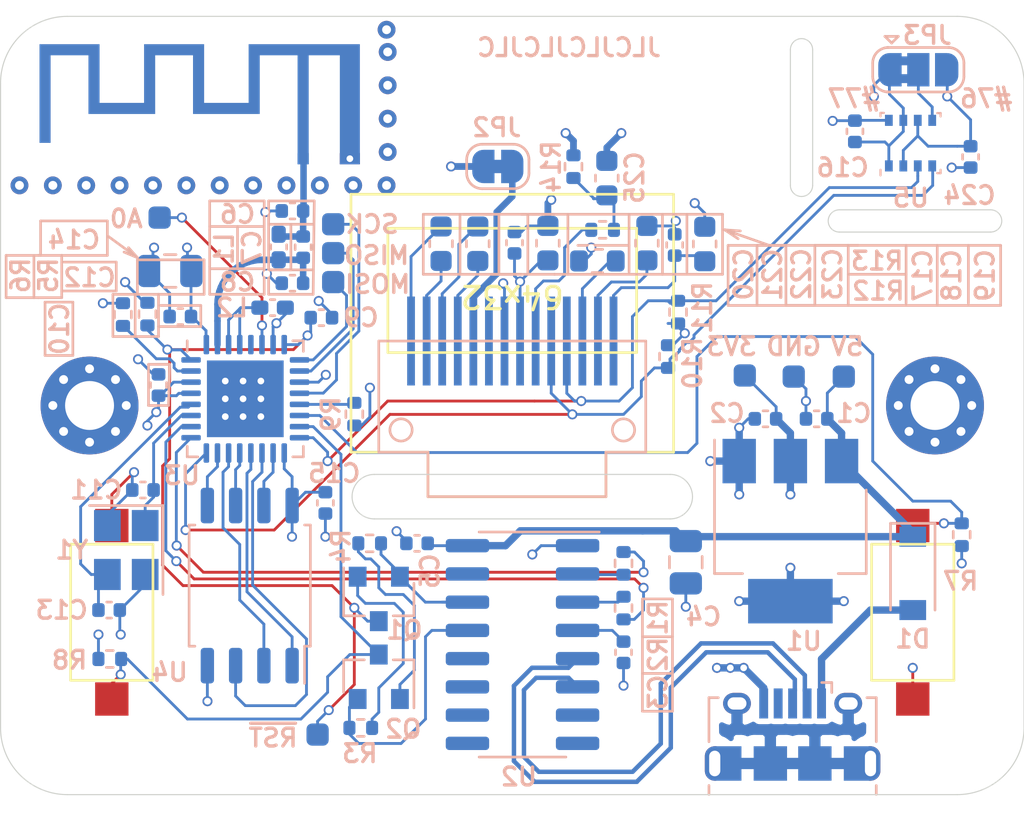
<source format=kicad_pcb>
(kicad_pcb (version 20171130) (host pcbnew "(5.1.7-0-10_14)")
  (layers (0 F.Cu signal) (1 In1.Cu signal hide) (2 In2.Cu signal hide) (31 B.Cu signal) (34 B.Paste user) (35 F.Paste user hide) (36 B.SilkS user) (37 F.SilkS user hide) (38 B.Mask user hide) (39 F.Mask user hide) (44 Edge.Cuts user))
  (net 0 "")
  (net 1 "Net-(AE1-Pad1)")
  (net 2 GND)
  (net 3 +5V)
  (net 4 +3V3)
  (net 5 "Net-(C3-Pad1)")
  (net 6 "Net-(C7-Pad2)")
  (net 7 RESET)
  (net 8 "Net-(C11-Pad1)")
  (net 9 "Net-(C13-Pad1)")
  (net 10 "Net-(C17-Pad2)")
  (net 11 "Net-(C18-Pad2)")
  (net 12 "Net-(C20-Pad2)")
  (net 13 "Net-(C20-Pad1)")
  (net 14 "Net-(C21-Pad2)")
  (net 15 "Net-(C21-Pad1)")
  (net 16 "Net-(D1-Pad2)")
  (net 17 "Net-(J1-Pad6)")
  (net 18 "Net-(J1-Pad4)")
  (net 19 /D+)
  (net 20 /D-)
  (net 21 "Net-(J2-Pad12)")
  (net 22 SDA)
  (net 23 SCL)
  (net 24 "Net-(J2-Pad9)")
  (net 25 "Net-(J2-Pad6)")
  (net 26 "Net-(L2-Pad2)")
  (net 27 "Net-(Q1-Pad2)")
  (net 28 "Net-(Q1-Pad1)")
  (net 29 GPIO0)
  (net 30 "Net-(Q2-Pad2)")
  (net 31 "Net-(Q2-Pad1)")
  (net 32 "Net-(R1-Pad2)")
  (net 33 RXD)
  (net 34 "Net-(R2-Pad2)")
  (net 35 TXD)
  (net 36 "Net-(R6-Pad1)")
  (net 37 GPIO2)
  (net 38 "Net-(R9-Pad2)")
  (net 39 "Net-(TP4-Pad1)")
  (net 40 "Net-(TP5-Pad1)")
  (net 41 "Net-(TP6-Pad1)")
  (net 42 "Net-(TP7-Pad1)")
  (net 43 "Net-(U2-Pad15)")
  (net 44 "Net-(U2-Pad12)")
  (net 45 "Net-(U2-Pad11)")
  (net 46 "Net-(U2-Pad10)")
  (net 47 "Net-(U2-Pad9)")
  (net 48 "Net-(U2-Pad8)")
  (net 49 "Net-(U2-Pad7)")
  (net 50 SDIO_DATA1)
  (net 51 SDIO_DATA0)
  (net 52 SDIO_CLK)
  (net 53 SDIO_CMD)
  (net 54 /SDIO_DATA3)
  (net 55 /SDIO_DATA2)
  (net 56 "Net-(U3-Pad5)")
  (net 57 /VBAT)
  (net 58 "Net-(JP3-Pad2)")
  (net 59 "Net-(C25-Pad2)")
  (module Package_SO:SOIC-8_5.23x5.23mm_P1.27mm (layer B.Cu) (at 118.2 117.1 90)
    (fp_text reference U4 (at -3.9 -3.6) (layer B.SilkS) (effects (font (size 0.8 0.8) (thickness 0.153)) (justify mirror)))
    (fp_text value W25Q16JVSSIQ)
    (pad 8 smd roundrect (at 3.6 1.905 90) (size 1.6 0.6) (layers B.Cu B.Paste B.Mask) (net 4 +3V3))
    (pad 7 smd roundrect (at 3.6 0.635 90) (size 1.6 0.6) (layers B.Cu B.Paste B.Mask) (net 55 /SDIO_DATA2))
    (pad 6 smd roundrect (at 3.6 -0.635 90) (size 1.6 0.6) (layers B.Cu B.Paste B.Mask) (net 52 SDIO_CLK))
    (pad 5 smd roundrect (at 3.6 -1.905 90) (size 1.6 0.6) (layers B.Cu B.Paste B.Mask) (net 50 SDIO_DATA1))
    (pad 4 smd roundrect (at -3.6 -1.905 90) (size 1.6 0.6) (layers B.Cu B.Paste B.Mask) (net 2 GND))
    (pad 3 smd roundrect (at -3.6 -0.635 90) (size 1.6 0.6) (layers B.Cu B.Paste B.Mask) (net 54 /SDIO_DATA3))
    (pad 2 smd roundrect (at -3.6 0.635 90) (size 1.6 0.6) (layers B.Cu B.Paste B.Mask) (net 51 SDIO_DATA0))
    (pad 1 smd roundrect (at -3.6 1.905 90) (size 1.6 0.6) (layers B.Cu B.Paste B.Mask) (net 53 SDIO_CMD))
  )
  (module "AtmoNode:WiseChip VG-6432TSWAG01" (layer B.Cu) (at 130 106.1)
    (fp_text reference J2 hide)
    (fp_text value OLED_I2C hide)
    (fp_text user 64x32 (at 0 -2 -180 unlocked) (layer F.SilkS))
    (pad 14 smd rect (at 4.55 0) (size 0.35 4) (layers B.Cu B.Paste B.Mask) (net 11 "Net-(C18-Pad2)"))
    (pad 13 smd rect (at 3.85 0) (size 0.35 4) (layers B.Cu B.Paste B.Mask) (net 10 "Net-(C17-Pad2)"))
    (pad 12 smd rect (at 3.15 0) (size 0.35 4) (layers B.Cu B.Paste B.Mask) (net 21 "Net-(J2-Pad12)"))
    (pad 11 smd rect (at 2.45 0) (size 0.35 4) (layers B.Cu B.Paste B.Mask) (net 22 SDA))
    (pad 10 smd rect (at 1.75 0) (size 0.35 4) (layers B.Cu B.Paste B.Mask) (net 23 SCL))
    (pad 9 smd rect (at 1.05 0) (size 0.35 4) (layers B.Cu B.Paste B.Mask) (net 24 "Net-(J2-Pad9)"))
    (pad 8 smd rect (at 0.35 0) (size 0.35 4) (layers B.Cu B.Paste B.Mask) (net 4 +3V3))
    (pad 7 smd rect (at -0.35 0) (size 0.35 4) (layers B.Cu B.Paste B.Mask) (net 2 GND))
    (pad 6 smd rect (at -1.05 0) (size 0.35 4) (layers B.Cu B.Paste B.Mask) (net 25 "Net-(J2-Pad6)"))
    (pad 5 smd rect (at -1.75 0) (size 0.35 4) (layers B.Cu B.Paste B.Mask) (net 57 /VBAT))
    (pad 4 smd rect (at -2.45 0) (size 0.35 4) (layers B.Cu B.Paste B.Mask) (net 14 "Net-(C21-Pad2)"))
    (pad 3 smd rect (at -3.15 0) (size 0.35 4) (layers B.Cu B.Paste B.Mask) (net 15 "Net-(C21-Pad1)"))
    (pad 2 smd rect (at -3.85 0) (size 0.35 4) (layers B.Cu B.Paste B.Mask) (net 12 "Net-(C20-Pad2)"))
    (pad 1 smd rect (at -4.55 0) (size 0.35 4) (layers B.Cu B.Paste B.Mask) (net 13 "Net-(C20-Pad1)"))
  )
  (module Capacitor_SMD:C_0603_1608Metric (layer B.Cu) (at 134.25 98.775 270)
    (fp_text reference C25 (at -0.025 -1.25 90) (layer B.SilkS) (effects (font (size 0.8 0.8) (thickness 0.153)) (justify mirror)))
    (fp_text value 1µ)
    (pad 2 smd roundrect (at 0.775 0 270) (size 0.9 0.95) (layers B.Cu B.Paste B.Mask) (net 59 "Net-(C25-Pad2)"))
    (pad 1 smd roundrect (at -0.775 0 270) (size 0.9 0.95) (layers B.Cu B.Paste B.Mask) (net 2 GND))
  )
  (module Resistor_SMD:R_0402_1005Metric (layer B.Cu) (at 132.75 98.26 270)
    (fp_text reference R14 (at 0 1 90) (layer B.SilkS) (effects (font (size 0.8 0.8) (thickness 0.153)) (justify mirror)))
    (fp_text value 100k)
    (pad 2 smd roundrect (at 0.51 0 270) (size 0.54 0.64) (layers B.Cu B.Paste B.Mask) (net 59 "Net-(C25-Pad2)"))
    (pad 1 smd roundrect (at -0.51 0 270) (size 0.54 0.64) (layers B.Cu B.Paste B.Mask) (net 4 +3V3))
  )
  (module Resistor_SMD:R_0603_1608Metric (layer B.Cu) (at 133.825 102.5)
    (fp_text reference R12 (at 12.625 1.35) (layer B.SilkS) (effects (font (size 0.8 0.8) (thickness 0.153)) (justify mirror)))
    (fp_text value 560k)
    (pad 2 smd roundrect (at 0.825 0) (size 0.8 0.95) (layers B.Cu B.Paste B.Mask) (net 21 "Net-(J2-Pad12)"))
    (pad 1 smd roundrect (at -0.825 0) (size 0.8 0.95) (layers B.Cu B.Paste B.Mask) (net 2 GND))
  )
  (module Capacitor_SMD:C_0805_2012Metric (layer B.Cu) (at 137.8 116.05 270)
    (fp_text reference C4 (at 2.45 -0.8 180) (layer B.SilkS) (effects (font (size 0.8 0.8) (thickness 0.153)) (justify mirror)))
    (fp_text value 10µ)
    (pad 2 smd roundrect (at 0.95 0 270) (size 1 1.45) (layers B.Cu B.Paste B.Mask) (net 2 GND))
    (pad 1 smd roundrect (at -0.95 0 270) (size 1 1.45) (layers B.Cu B.Paste B.Mask) (net 3 +5V))
  )
  (module Capacitor_SMD:C_0805_2012Metric (layer B.Cu) (at 114.625 102.95 180)
    (fp_text reference C14 (at 4.325 1.4) (layer B.SilkS) (effects (font (size 0.8 0.8) (thickness 0.153)) (justify mirror)))
    (fp_text value 10µ)
    (pad 2 smd roundrect (at 0.95 0 180) (size 1 1.45) (layers B.Cu B.Paste B.Mask) (net 2 GND))
    (pad 1 smd roundrect (at -0.95 0 180) (size 1 1.45) (layers B.Cu B.Paste B.Mask) (net 4 +3V3))
  )
  (module Inductor_SMD:L_0402_1005Metric_Pad0.77x0.64mm_HandSolder (layer B.Cu) (at 119.5 101.8725 270)
    (fp_text reference L1 (at 0.0775 2.45 270) (layer B.SilkS) (effects (font (size 0.8 0.8) (thickness 0.153)) (justify mirror)))
    (fp_text value DNP)
    (pad 2 smd roundrect (at 0.5725 0 270) (size 0.765 0.64) (layers B.Cu B.Paste B.Mask) (net 6 "Net-(C7-Pad2)"))
    (pad 1 smd roundrect (at -0.5725 0 270) (size 0.765 0.64) (layers B.Cu B.Paste B.Mask) (net 1 "Net-(AE1-Pad1)"))
  )
  (module AtmoNode:TP1.0 (layer B.Cu) (at 121.95 103.45 270)
    (fp_text reference TP5 hide)
    (fp_text value SCK hide)
    (pad 1 smd roundrect (at 0 0 270) (size 1 1) (layers B.Cu B.Mask) (net 40 "Net-(TP5-Pad1)"))
  )
  (module Package_LGA:Bosch_LGA-8_2.5x2.5mm_P0.65mm_ClockwisePinNumbering (layer B.Cu) (at 147.9 97.2)
    (fp_text reference U5 (at 0.015 2.465) (layer B.SilkS) (effects (font (size 0.8 0.8) (thickness 0.153)) (justify mirror)))
    (fp_text value BME280)
    (pad 5 smd rect (at 0.975 -1.025 270) (size 0.5 0.35) (layers B.Cu B.Paste B.Mask) (net 58 "Net-(JP3-Pad2)"))
    (pad 6 smd rect (at 0.325 -1.025 270) (size 0.5 0.35) (layers B.Cu B.Paste B.Mask) (net 4 +3V3))
    (pad 7 smd rect (at -0.325 -1.025 270) (size 0.5 0.35) (layers B.Cu B.Paste B.Mask) (net 2 GND))
    (pad 8 smd rect (at -0.975 -1.025 270) (size 0.5 0.35) (layers B.Cu B.Paste B.Mask) (net 4 +3V3))
    (pad 1 smd rect (at -0.975 1.025 270) (size 0.5 0.35) (layers B.Cu B.Paste B.Mask) (net 2 GND))
    (pad 2 smd rect (at -0.325 1.025 270) (size 0.5 0.35) (layers B.Cu B.Paste B.Mask) (net 4 +3V3))
    (pad 3 smd rect (at 0.325 1.025 270) (size 0.5 0.35) (layers B.Cu B.Paste B.Mask) (net 22 SDA))
    (pad 4 smd rect (at 0.975 1.025 270) (size 0.5 0.35) (layers B.Cu B.Paste B.Mask) (net 23 SCL))
  )
  (module Resistor_SMD:R_0402_1005Metric (layer B.Cu) (at 137.45 104.8 270)
    (fp_text reference R11 (at -0.2 -1.1 270) (layer B.SilkS) (effects (font (size 0.8 0.8) (thickness 0.153)) (justify mirror)))
    (fp_text value 4.7k)
    (pad 2 smd roundrect (at 0.51 0 270) (size 0.54 0.64) (layers B.Cu B.Paste B.Mask) (net 4 +3V3))
    (pad 1 smd roundrect (at -0.51 0 270) (size 0.54 0.64) (layers B.Cu B.Paste B.Mask) (net 22 SDA))
  )
  (module Resistor_SMD:R_0402_1005Metric (layer B.Cu) (at 137 106.8 90)
    (fp_text reference R10 (at -0.3 1.1 270) (layer B.SilkS) (effects (font (size 0.8 0.8) (thickness 0.153)) (justify mirror)))
    (fp_text value 4.7k)
    (pad 2 smd roundrect (at 0.51 0 90) (size 0.54 0.64) (layers B.Cu B.Paste B.Mask) (net 4 +3V3))
    (pad 1 smd roundrect (at -0.51 0 90) (size 0.54 0.64) (layers B.Cu B.Paste B.Mask) (net 23 SCL))
  )
  (module Capacitor_SMD:C_0402_1005Metric (layer B.Cu) (at 150.6 97.82 270)
    (fp_text reference C24 (at 1.73 0.05 180) (layer B.SilkS) (effects (font (size 0.8 0.8) (thickness 0.153)) (justify mirror)))
    (fp_text value 100n)
    (pad 2 smd roundrect (at 0.48 0 270) (size 0.56 0.62) (layers B.Cu B.Paste B.Mask) (net 2 GND))
    (pad 1 smd roundrect (at -0.48 0 270) (size 0.56 0.62) (layers B.Cu B.Paste B.Mask) (net 4 +3V3))
  )
  (module Jumper:SolderJumper-3_P1.3mm_Bridged2Bar12_RoundedPad1.0x1.5mm (layer B.Cu) (at 148.25 93.9)
    (fp_text reference JP3 (at 0.4 -1.55) (layer B.SilkS) (effects (font (size 0.8 0.8) (thickness 0.153)) (justify mirror)))
    (fp_text value "I2C ADDRESS")
    (fp_poly (pts (xy -0.9 -0.2) (xy -0.4 -0.2) (xy -0.4 -0.6) (xy -0.9 -0.6)) (layer B.Cu) (width 0))
    (fp_poly (pts (xy -0.9 0.6) (xy -0.4 0.6) (xy -0.4 0.2) (xy -0.9 0.2)) (layer B.Cu) (width 0))
    (pad 1 smd custom (at -1.3 0) (size 1 0.5) (layers B.Cu B.Mask) (net 2 GND) (options (clearance outline) (anchor rect)) (primitives (gr_circle (center 0 -0.25) (end 0.5 -0.25) (width 0)) (gr_circle (center 0 0.25) (end 0.5 0.25) (width 0)) (gr_poly (pts (xy 0.55 0.75) (xy 0 0.75) (xy 0 -0.75) (xy 0.55 -0.75)) (width 0))))
    (pad 2 smd rect (at 0 0) (size 1 1.5) (layers B.Cu B.Mask) (net 58 "Net-(JP3-Pad2)"))
    (pad 3 smd custom (at 1.3 0) (size 1 0.5) (layers B.Cu B.Mask) (net 4 +3V3) (options (clearance outline) (anchor rect)) (primitives (gr_circle (center 0 -0.25) (end 0.5 -0.25) (width 0)) (gr_circle (center 0 0.25) (end 0.5 0.25) (width 0)) (gr_poly (pts (xy -0.55 0.75) (xy 0 0.75) (xy 0 -0.75) (xy -0.55 -0.75)) (width 0))))
  )
  (module Capacitor_SMD:C_0603_1608Metric (layer B.Cu) (at 126.8 101.725 270)
    (fp_text reference C20 (at 1.375 -13.6 90) (layer B.SilkS) (effects (font (size 0.8 0.8) (thickness 0.153)) (justify mirror)))
    (fp_text value 1µ/16V)
    (pad 2 smd roundrect (at 0.775 0 270) (size 0.9 0.95) (layers B.Cu B.Paste B.Mask) (net 12 "Net-(C20-Pad2)"))
    (pad 1 smd roundrect (at -0.775 0 270) (size 0.9 0.95) (layers B.Cu B.Paste B.Mask) (net 13 "Net-(C20-Pad1)"))
  )
  (module Inductor_SMD:L_0402_1005Metric_Pad0.77x0.64mm_HandSolder (layer B.Cu) (at 119.2275 104.6 180)
    (fp_text reference L2 (at 1.8275 0 180) (layer B.SilkS) (effects (font (size 0.8 0.8) (thickness 0.153)) (justify mirror)))
    (fp_text value 3.9nH)
    (pad 2 smd roundrect (at 0.5725 0 180) (size 0.765 0.64) (layers B.Cu B.Paste B.Mask) (net 26 "Net-(L2-Pad2)"))
    (pad 1 smd roundrect (at -0.5725 0 180) (size 0.765 0.64) (layers B.Cu B.Paste B.Mask) (net 4 +3V3))
  )
  (module AtmoNode:TP1.0 (layer B.Cu) (at 121.25 123.8)
    (fp_text reference TP9 hide)
    (fp_text value ~RST hide)
    (pad 1 smd roundrect (at 0 0) (size 1 1) (layers B.Cu B.Mask) (net 7 RESET))
  )
  (module AtmoNode:TP1.0 (layer B.Cu) (at 114.15 100.55 270)
    (fp_text reference TP7 hide)
    (fp_text value A0 hide)
    (pad 1 smd roundrect (at 0 0 270) (size 1 1) (layers B.Cu B.Mask) (net 42 "Net-(TP7-Pad1)"))
  )
  (module AtmoNode:TP1.0 (layer B.Cu) (at 121.95 102.15 270)
    (fp_text reference TP6 hide)
    (fp_text value MISO hide)
    (pad 1 smd roundrect (at 0 0 270) (size 1 1) (layers B.Cu B.Mask) (net 41 "Net-(TP6-Pad1)"))
  )
  (module AtmoNode:TP1.0 (layer B.Cu) (at 121.95 100.85 270)
    (fp_text reference TP4 hide)
    (fp_text value MOSI hide)
    (pad 1 smd roundrect (at 0 0 270) (size 1 1) (layers B.Cu B.Mask) (net 39 "Net-(TP4-Pad1)"))
  )
  (module AtmoNode:TP1.0 (layer B.Cu) (at 140.45 107.65 270)
    (fp_text reference TP3 hide)
    (fp_text value 3V3 hide)
    (pad 1 smd roundrect (at 0 0 270) (size 1 1) (layers B.Cu B.Mask) (net 4 +3V3))
  )
  (module AtmoNode:TP1.0 (layer B.Cu) (at 142.65 107.7 270)
    (fp_text reference TP2 hide)
    (fp_text value GND hide)
    (pad 1 smd roundrect (at 0 0 270) (size 1 1) (layers B.Cu B.Mask) (net 2 GND))
  )
  (module AtmoNode:TP1.0 (layer B.Cu) (at 144.9 107.7 270)
    (fp_text reference TP1 hide)
    (fp_text value 5V hide)
    (pad 1 smd roundrect (at 0 0 270) (size 1 1) (layers B.Cu B.Mask) (net 3 +5V))
  )
  (module Package_TO_SOT_SMD:SOT-23 (layer B.Cu) (at 124 121.2 90)
    (fp_text reference Q2 (at -2.35 1.1 180) (layer B.SilkS) (effects (font (size 0.8 0.8) (thickness 0.153)) (justify mirror)))
    (fp_text value S9012)
    (pad 3 smd rect (at 1 0 90) (size 0.9 0.8) (layers B.Cu B.Paste B.Mask) (net 29 GPIO0))
    (pad 2 smd rect (at -1 -0.95 90) (size 0.9 0.8) (layers B.Cu B.Paste B.Mask) (net 30 "Net-(Q2-Pad2)"))
    (pad 1 smd rect (at -1 0.95 90) (size 0.9 0.8) (layers B.Cu B.Paste B.Mask) (net 31 "Net-(Q2-Pad1)"))
  )
  (module Capacitor_SMD:C_0402_1005Metric (layer B.Cu) (at 121.6 113.38 270)
    (fp_text reference C15 (at -1.33 -0.4) (layer B.SilkS) (effects (font (size 0.8 0.8) (thickness 0.153)) (justify mirror)))
    (fp_text value 100n)
    (pad 2 smd roundrect (at 0.48 0 270) (size 0.56 0.62) (layers B.Cu B.Paste B.Mask) (net 2 GND))
    (pad 1 smd roundrect (at -0.48 0 270) (size 0.56 0.62) (layers B.Cu B.Paste B.Mask) (net 4 +3V3))
  )
  (module Resistor_SMD:R_0402_1005Metric (layer B.Cu) (at 123.19 123.5 180)
    (fp_text reference R3 (at 0.04 -1.15) (layer B.SilkS) (effects (font (size 0.8 0.8) (thickness 0.153)) (justify mirror)))
    (fp_text value 12k)
    (pad 1 smd roundrect (at -0.51 0 180) (size 0.54 0.64) (layers B.Cu B.Paste B.Mask) (net 28 "Net-(Q1-Pad1)"))
    (pad 2 smd roundrect (at 0.51 0 180) (size 0.54 0.64) (layers B.Cu B.Paste B.Mask) (net 30 "Net-(Q2-Pad2)"))
  )
  (module Package_TO_SOT_SMD:SOT-23 (layer B.Cu) (at 124 117.7 270)
    (fp_text reference Q1 (at 1.4 -1.15 180) (layer B.SilkS) (effects (font (size 0.8 0.8) (thickness 0.153)) (justify mirror)))
    (fp_text value S9012)
    (pad 3 smd rect (at 1 0 270) (size 0.9 0.8) (layers B.Cu B.Paste B.Mask) (net 7 RESET))
    (pad 2 smd rect (at -1 -0.95 270) (size 0.9 0.8) (layers B.Cu B.Paste B.Mask) (net 27 "Net-(Q1-Pad2)"))
    (pad 1 smd rect (at -1 0.95 270) (size 0.9 0.8) (layers B.Cu B.Paste B.Mask) (net 28 "Net-(Q1-Pad1)"))
  )
  (module Package_SO:SOIC-16_3.9x9.9mm_P1.27mm (layer B.Cu) (at 130.46 119.75 180)
    (fp_text reference U2 (at 0.16 -5.95 180) (layer B.SilkS) (effects (font (size 0.8 0.8) (thickness 0.153)) (justify mirror)))
    (fp_text value CH340C)
    (pad 16 smd roundrect (at 2.475 4.445 180) (size 1.95 0.6) (layers B.Cu B.Paste B.Mask) (net 3 +5V))
    (pad 15 smd roundrect (at 2.475 3.175 180) (size 1.95 0.6) (layers B.Cu B.Paste B.Mask) (net 43 "Net-(U2-Pad15)"))
    (pad 14 smd roundrect (at 2.475 1.905 180) (size 1.95 0.6) (layers B.Cu B.Paste B.Mask) (net 27 "Net-(Q1-Pad2)"))
    (pad 13 smd roundrect (at 2.475 0.635 180) (size 1.95 0.6) (layers B.Cu B.Paste B.Mask) (net 30 "Net-(Q2-Pad2)"))
    (pad 12 smd roundrect (at 2.475 -0.635 180) (size 1.95 0.6) (layers B.Cu B.Paste B.Mask) (net 44 "Net-(U2-Pad12)"))
    (pad 11 smd roundrect (at 2.475 -1.905 180) (size 1.95 0.6) (layers B.Cu B.Paste B.Mask) (net 45 "Net-(U2-Pad11)"))
    (pad 10 smd roundrect (at 2.475 -3.175 180) (size 1.95 0.6) (layers B.Cu B.Paste B.Mask) (net 46 "Net-(U2-Pad10)"))
    (pad 9 smd roundrect (at 2.475 -4.445 180) (size 1.95 0.6) (layers B.Cu B.Paste B.Mask) (net 47 "Net-(U2-Pad9)"))
    (pad 8 smd roundrect (at -2.475 -4.445 180) (size 1.95 0.6) (layers B.Cu B.Paste B.Mask) (net 48 "Net-(U2-Pad8)"))
    (pad 7 smd roundrect (at -2.475 -3.175 180) (size 1.95 0.6) (layers B.Cu B.Paste B.Mask) (net 49 "Net-(U2-Pad7)"))
    (pad 6 smd roundrect (at -2.475 -1.905 180) (size 1.95 0.6) (layers B.Cu B.Paste B.Mask) (net 20 /D-))
    (pad 5 smd roundrect (at -2.475 -0.635 180) (size 1.95 0.6) (layers B.Cu B.Paste B.Mask) (net 19 /D+))
    (pad 4 smd roundrect (at -2.475 0.635 180) (size 1.95 0.6) (layers B.Cu B.Paste B.Mask) (net 5 "Net-(C3-Pad1)"))
    (pad 3 smd roundrect (at -2.475 1.905 180) (size 1.95 0.6) (layers B.Cu B.Paste B.Mask) (net 34 "Net-(R2-Pad2)"))
    (pad 2 smd roundrect (at -2.475 3.175 180) (size 1.95 0.6) (layers B.Cu B.Paste B.Mask) (net 32 "Net-(R1-Pad2)"))
    (pad 1 smd roundrect (at -2.475 4.445 180) (size 1.95 0.6) (layers B.Cu B.Paste B.Mask) (net 2 GND))
  )
  (module Resistor_SMD:R_0402_1005Metric (layer B.Cu) (at 122.9 109.39 90)
    (fp_text reference R9 (at 0 -1.05 90) (layer B.SilkS) (effects (font (size 0.8 0.8) (thickness 0.153)) (justify mirror)))
    (fp_text value 4.7k)
    (pad 2 smd roundrect (at 0.51 0 90) (size 0.54 0.64) (layers B.Cu B.Paste B.Mask) (net 38 "Net-(R9-Pad2)"))
    (pad 1 smd roundrect (at -0.51 0 90) (size 0.54 0.64) (layers B.Cu B.Paste B.Mask) (net 2 GND))
  )
  (module MountingHole:MountingHole_2.2mm_M2_Pad_Via (layer F.Cu) (at 149 109)
    (fp_text reference H2 hide)
    (fp_text value 2mm)
    (pad 1 thru_hole circle (at 0 0) (size 4.4 4.4) (drill 2.2) (layers *.Cu *.Mask) (net 2 GND))
    (pad 1 thru_hole circle (at 1.65 0) (size 0.7 0.7) (drill 0.4) (layers *.Cu *.Mask) (net 2 GND))
    (pad 1 thru_hole circle (at 1.166726 1.166726) (size 0.7 0.7) (drill 0.4) (layers *.Cu *.Mask) (net 2 GND))
    (pad 1 thru_hole circle (at 0 1.65) (size 0.7 0.7) (drill 0.4) (layers *.Cu *.Mask) (net 2 GND))
    (pad 1 thru_hole circle (at -1.166726 1.166726) (size 0.7 0.7) (drill 0.4) (layers *.Cu *.Mask) (net 2 GND))
    (pad 1 thru_hole circle (at -1.65 0) (size 0.7 0.7) (drill 0.4) (layers *.Cu *.Mask) (net 2 GND))
    (pad 1 thru_hole circle (at -1.166726 -1.166726) (size 0.7 0.7) (drill 0.4) (layers *.Cu *.Mask) (net 2 GND))
    (pad 1 thru_hole circle (at 0 -1.65) (size 0.7 0.7) (drill 0.4) (layers *.Cu *.Mask) (net 2 GND))
    (pad 1 thru_hole circle (at 1.166726 -1.166726) (size 0.7 0.7) (drill 0.4) (layers *.Cu *.Mask) (net 2 GND))
  )
  (module MountingHole:MountingHole_2.2mm_M2_Pad_Via (layer F.Cu) (at 111 109)
    (fp_text reference H1 hide)
    (fp_text value 2mm)
    (pad 1 thru_hole circle (at 0 0) (size 4.4 4.4) (drill 2.2) (layers *.Cu *.Mask) (net 2 GND))
    (pad 1 thru_hole circle (at 1.65 0) (size 0.7 0.7) (drill 0.4) (layers *.Cu *.Mask) (net 2 GND))
    (pad 1 thru_hole circle (at 1.166726 1.166726) (size 0.7 0.7) (drill 0.4) (layers *.Cu *.Mask) (net 2 GND))
    (pad 1 thru_hole circle (at 0 1.65) (size 0.7 0.7) (drill 0.4) (layers *.Cu *.Mask) (net 2 GND))
    (pad 1 thru_hole circle (at -1.166726 1.166726) (size 0.7 0.7) (drill 0.4) (layers *.Cu *.Mask) (net 2 GND))
    (pad 1 thru_hole circle (at -1.65 0) (size 0.7 0.7) (drill 0.4) (layers *.Cu *.Mask) (net 2 GND))
    (pad 1 thru_hole circle (at -1.166726 -1.166726) (size 0.7 0.7) (drill 0.4) (layers *.Cu *.Mask) (net 2 GND))
    (pad 1 thru_hole circle (at 0 -1.65) (size 0.7 0.7) (drill 0.4) (layers *.Cu *.Mask) (net 2 GND))
    (pad 1 thru_hole circle (at 1.166726 -1.166726) (size 0.7 0.7) (drill 0.4) (layers *.Cu *.Mask) (net 2 GND))
  )
  (module Capacitor_SMD:C_0603_1608Metric (layer B.Cu) (at 138.65 101.7375 270)
    (fp_text reference C19 (at 1.4125 -12.6 90) (layer B.SilkS) (effects (font (size 0.8 0.8) (thickness 0.153)) (justify mirror)))
    (fp_text value 4.7µ/16V)
    (pad 1 smd roundrect (at -0.775 0 270) (size 0.9 0.95) (layers B.Cu B.Paste B.Mask) (net 2 GND))
    (pad 2 smd roundrect (at 0.775 0 270) (size 0.9 0.95) (layers B.Cu B.Paste B.Mask) (net 11 "Net-(C18-Pad2)"))
  )
  (module Capacitor_SMD:C_0603_1608Metric (layer B.Cu) (at 136.05 101.7 270)
    (fp_text reference C17 (at 1.45 -12.4 90) (layer B.SilkS) (effects (font (size 0.8 0.8) (thickness 0.153)) (justify mirror)))
    (fp_text value 2.2µ/16V)
    (pad 1 smd roundrect (at -0.775 0 270) (size 0.9 0.95) (layers B.Cu B.Paste B.Mask) (net 2 GND))
    (pad 2 smd roundrect (at 0.775 0 270) (size 0.9 0.95) (layers B.Cu B.Paste B.Mask) (net 10 "Net-(C17-Pad2)"))
  )
  (module Button_Switch_SMD:SW_SPST_CK_RS282G05A3 (layer F.Cu) (at 148 118.3 270)
    (fp_text reference SW2 hide)
    (fp_text value USER)
    (pad 2 smd rect (at 3.9 0 270) (size 1.5 1.5) (layers F.Cu F.Paste F.Mask) (net 2 GND))
    (pad 1 smd rect (at -3.9 0 270) (size 1.5 1.5) (layers F.Cu F.Paste F.Mask) (net 37 GPIO2))
  )
  (module Resistor_SMD:R_0402_1005Metric (layer B.Cu) (at 134.06 101.1 180)
    (fp_text reference R13 (at -12.34 -1.4) (layer B.SilkS) (effects (font (size 0.8 0.8) (thickness 0.153)) (justify mirror)))
    (fp_text value 4.7k)
    (pad 2 smd roundrect (at 0.51 0 180) (size 0.54 0.64) (layers B.Cu B.Paste B.Mask) (net 24 "Net-(J2-Pad9)"))
    (pad 1 smd roundrect (at -0.51 0 180) (size 0.54 0.64) (layers B.Cu B.Paste B.Mask) (net 59 "Net-(C25-Pad2)"))
  )
  (module Resistor_SMD:R_0402_1005Metric (layer B.Cu) (at 111.91 120.4 180)
    (fp_text reference R8 (at 1.81 -0.05) (layer B.SilkS) (effects (font (size 0.8 0.8) (thickness 0.153)) (justify mirror)))
    (fp_text value 4.7k)
    (pad 2 smd roundrect (at 0.51 0 180) (size 0.54 0.64) (layers B.Cu B.Paste B.Mask) (net 4 +3V3))
    (pad 1 smd roundrect (at -0.51 0 180) (size 0.54 0.64) (layers B.Cu B.Paste B.Mask) (net 29 GPIO0))
  )
  (module Resistor_SMD:R_0402_1005Metric (layer B.Cu) (at 150.2 114.81 270)
    (fp_text reference R7 (at 2.09 0.05 180) (layer B.SilkS) (effects (font (size 0.8 0.8) (thickness 0.153)) (justify mirror)))
    (fp_text value 4.7k)
    (pad 2 smd roundrect (at 0.51 0 270) (size 0.54 0.64) (layers B.Cu B.Paste B.Mask) (net 4 +3V3))
    (pad 1 smd roundrect (at -0.51 0 270) (size 0.54 0.64) (layers B.Cu B.Paste B.Mask) (net 37 GPIO2))
  )
  (module Resistor_SMD:R_0402_1005Metric (layer B.Cu) (at 112.5 104.91 90)
    (fp_text reference R6 (at 1.76 -4.6 90) (layer B.SilkS) (effects (font (size 0.8 0.8) (thickness 0.153)) (justify mirror)))
    (fp_text value 12k)
    (pad 2 smd roundrect (at 0.51 0 90) (size 0.54 0.64) (layers B.Cu B.Paste B.Mask) (net 2 GND))
    (pad 1 smd roundrect (at -0.51 0 90) (size 0.54 0.64) (layers B.Cu B.Paste B.Mask) (net 36 "Net-(R6-Pad1)"))
  )
  (module Resistor_SMD:R_0402_1005Metric (layer B.Cu) (at 113.6 104.89 90)
    (fp_text reference R5 (at 1.74 -4.45 90) (layer B.SilkS) (effects (font (size 0.8 0.8) (thickness 0.153)) (justify mirror)))
    (fp_text value 4.7k)
    (pad 2 smd roundrect (at 0.51 0 90) (size 0.54 0.64) (layers B.Cu B.Paste B.Mask) (net 4 +3V3))
    (pad 1 smd roundrect (at -0.51 0 90) (size 0.54 0.64) (layers B.Cu B.Paste B.Mask) (net 7 RESET))
  )
  (module Resistor_SMD:R_0402_1005Metric (layer B.Cu) (at 123.59 115.2)
    (fp_text reference R4 (at -1.29 0.15 90) (layer B.SilkS) (effects (font (size 0.8 0.8) (thickness 0.153)) (justify mirror)))
    (fp_text value 12k)
    (pad 2 smd roundrect (at 0.51 0) (size 0.54 0.64) (layers B.Cu B.Paste B.Mask) (net 27 "Net-(Q1-Pad2)"))
    (pad 1 smd roundrect (at -0.51 0) (size 0.54 0.64) (layers B.Cu B.Paste B.Mask) (net 31 "Net-(Q2-Pad1)"))
  )
  (module Resistor_SMD:R_0402_1005Metric (layer B.Cu) (at 135 118.11 90)
    (fp_text reference R2 (at -2.09 1.55 270) (layer B.SilkS) (effects (font (size 0.8 0.8) (thickness 0.153)) (justify mirror)))
    (fp_text value 470)
    (pad 2 smd roundrect (at 0.51 0 90) (size 0.54 0.64) (layers B.Cu B.Paste B.Mask) (net 34 "Net-(R2-Pad2)"))
    (pad 1 smd roundrect (at -0.51 0 90) (size 0.54 0.64) (layers B.Cu B.Paste B.Mask) (net 35 TXD))
  )
  (module Resistor_SMD:R_0402_1005Metric (layer B.Cu) (at 135 116.1 270)
    (fp_text reference R1 (at 2.45 -1.55 270) (layer B.SilkS) (effects (font (size 0.8 0.8) (thickness 0.153)) (justify mirror)))
    (fp_text value 470)
    (pad 2 smd roundrect (at 0.51 0 270) (size 0.54 0.64) (layers B.Cu B.Paste B.Mask) (net 32 "Net-(R1-Pad2)"))
    (pad 1 smd roundrect (at -0.51 0 270) (size 0.54 0.64) (layers B.Cu B.Paste B.Mask) (net 33 RXD))
  )
  (module Capacitor_SMD:C_0402_1005Metric (layer B.Cu) (at 130.1 101.68 270)
    (fp_text reference C22 (at 1.42 -12.9 90) (layer B.SilkS) (effects (font (size 0.8 0.8) (thickness 0.153)) (justify mirror)))
    (fp_text value 100n/6.3V)
    (pad 2 smd roundrect (at 0.48 0 270) (size 0.56 0.62) (layers B.Cu B.Paste B.Mask) (net 4 +3V3))
    (pad 1 smd roundrect (at -0.48 0 270) (size 0.56 0.62) (layers B.Cu B.Paste B.Mask) (net 2 GND))
  )
  (module Capacitor_SMD:C_0402_1005Metric (layer B.Cu) (at 137.3 101.78 270)
    (fp_text reference C18 (at 1.37 -12.45 90) (layer B.SilkS) (effects (font (size 0.8 0.8) (thickness 0.153)) (justify mirror)))
    (fp_text value 100n/16V)
    (pad 2 smd roundrect (at 0.48 0 270) (size 0.56 0.62) (layers B.Cu B.Paste B.Mask) (net 11 "Net-(C18-Pad2)"))
    (pad 1 smd roundrect (at -0.48 0 270) (size 0.56 0.62) (layers B.Cu B.Paste B.Mask) (net 2 GND))
  )
  (module Capacitor_SMD:C_0402_1005Metric (layer B.Cu) (at 145.4 96.67 270)
    (fp_text reference C16 (at 1.63 0.55 180) (layer B.SilkS) (effects (font (size 0.8 0.8) (thickness 0.153)) (justify mirror)))
    (fp_text value 100n)
    (pad 2 smd roundrect (at 0.48 0 270) (size 0.56 0.62) (layers B.Cu B.Paste B.Mask) (net 2 GND))
    (pad 1 smd roundrect (at -0.48 0 270) (size 0.56 0.62) (layers B.Cu B.Paste B.Mask) (net 4 +3V3))
  )
  (module Capacitor_SMD:C_0402_1005Metric (layer B.Cu) (at 111.88 118.2)
    (fp_text reference C13 (at -2.13 0) (layer B.SilkS) (effects (font (size 0.8 0.8) (thickness 0.153)) (justify mirror)))
    (fp_text value 10p)
    (pad 2 smd roundrect (at 0.48 0) (size 0.56 0.62) (layers B.Cu B.Paste B.Mask) (net 2 GND))
    (pad 1 smd roundrect (at -0.48 0) (size 0.56 0.62) (layers B.Cu B.Paste B.Mask) (net 9 "Net-(C13-Pad1)"))
  )
  (module Capacitor_SMD:C_0402_1005Metric (layer B.Cu) (at 115.08 105 180)
    (fp_text reference C12 (at 4.08 1.75) (layer B.SilkS) (effects (font (size 0.8 0.8) (thickness 0.153)) (justify mirror)))
    (fp_text value 100n)
    (pad 2 smd roundrect (at 0.48 0 180) (size 0.56 0.62) (layers B.Cu B.Paste B.Mask) (net 2 GND))
    (pad 1 smd roundrect (at -0.48 0 180) (size 0.56 0.62) (layers B.Cu B.Paste B.Mask) (net 4 +3V3))
  )
  (module Capacitor_SMD:C_0402_1005Metric (layer B.Cu) (at 113.4 112.8 180)
    (fp_text reference C11 (at 2.1 0) (layer B.SilkS) (effects (font (size 0.8 0.8) (thickness 0.153)) (justify mirror)))
    (fp_text value 10p)
    (pad 2 smd roundrect (at 0.48 0 180) (size 0.56 0.62) (layers B.Cu B.Paste B.Mask) (net 2 GND))
    (pad 1 smd roundrect (at -0.48 0 180) (size 0.56 0.62) (layers B.Cu B.Paste B.Mask) (net 8 "Net-(C11-Pad1)"))
  )
  (module Capacitor_SMD:C_0402_1005Metric (layer B.Cu) (at 114.1 108.08 90)
    (fp_text reference C10 (at 2.53 -4.45 270) (layer B.SilkS) (effects (font (size 0.8 0.8) (thickness 0.153)) (justify mirror)))
    (fp_text value 100n)
    (pad 2 smd roundrect (at 0.48 0 90) (size 0.56 0.62) (layers B.Cu B.Paste B.Mask) (net 2 GND))
    (pad 1 smd roundrect (at -0.48 0 90) (size 0.56 0.62) (layers B.Cu B.Paste B.Mask) (net 4 +3V3))
  )
  (module Capacitor_SMD:C_0402_1005Metric (layer B.Cu) (at 121.42 105.05)
    (fp_text reference C9 (at 1.78 0) (layer B.SilkS) (effects (font (size 0.8 0.8) (thickness 0.153)) (justify mirror)))
    (fp_text value 100n)
    (pad 2 smd roundrect (at 0.48 0) (size 0.56 0.62) (layers B.Cu B.Paste B.Mask) (net 2 GND))
    (pad 1 smd roundrect (at -0.48 0) (size 0.56 0.62) (layers B.Cu B.Paste B.Mask) (net 7 RESET))
  )
  (module Capacitor_SMD:C_0402_1005Metric (layer B.Cu) (at 120.12 103.5)
    (fp_text reference C8 (at -2.47 -0.05) (layer B.SilkS) (effects (font (size 0.8 0.8) (thickness 0.153)) (justify mirror)))
    (fp_text value DNP)
    (pad 2 smd roundrect (at 0.48 0) (size 0.56 0.62) (layers B.Cu B.Paste B.Mask) (net 6 "Net-(C7-Pad2)"))
    (pad 1 smd roundrect (at -0.48 0) (size 0.56 0.62) (layers B.Cu B.Paste B.Mask) (net 2 GND))
  )
  (module Capacitor_SMD:C_0402_1005Metric (layer B.Cu) (at 120.6 101.88 270)
    (fp_text reference C7 (at 0.02 2.3 90) (layer B.SilkS) (effects (font (size 0.8 0.8) (thickness 0.153)) (justify mirror)))
    (fp_text value 6pf)
    (pad 2 smd roundrect (at 0.48 0 270) (size 0.56 0.62) (layers B.Cu B.Paste B.Mask) (net 6 "Net-(C7-Pad2)"))
    (pad 1 smd roundrect (at -0.48 0 270) (size 0.56 0.62) (layers B.Cu B.Paste B.Mask) (net 1 "Net-(AE1-Pad1)"))
  )
  (module Capacitor_SMD:C_0402_1005Metric (layer B.Cu) (at 120.12 100.25)
    (fp_text reference C6 (at -2.47 0.15) (layer B.SilkS) (effects (font (size 0.8 0.8) (thickness 0.153)) (justify mirror)))
    (fp_text value DNP)
    (pad 2 smd roundrect (at 0.48 0) (size 0.56 0.62) (layers B.Cu B.Paste B.Mask) (net 1 "Net-(AE1-Pad1)"))
    (pad 1 smd roundrect (at -0.48 0) (size 0.56 0.62) (layers B.Cu B.Paste B.Mask) (net 2 GND))
  )
  (module Capacitor_SMD:C_0402_1005Metric (layer B.Cu) (at 125.72 115.2 180)
    (fp_text reference C5 (at -0.58 -1.25 90) (layer B.SilkS) (effects (font (size 0.8 0.8) (thickness 0.153)) (justify mirror)))
    (fp_text value 100n)
    (pad 2 smd roundrect (at 0.48 0 180) (size 0.56 0.62) (layers B.Cu B.Paste B.Mask) (net 2 GND))
    (pad 1 smd roundrect (at -0.48 0 180) (size 0.56 0.62) (layers B.Cu B.Paste B.Mask) (net 3 +5V))
  )
  (module Capacitor_SMD:C_0402_1005Metric (layer B.Cu) (at 135 120.1 270)
    (fp_text reference C3 (at 1.8 -1.55 270) (layer B.SilkS) (effects (font (size 0.8 0.8) (thickness 0.153)) (justify mirror)))
    (fp_text value 100n)
    (pad 2 smd roundrect (at 0.48 0 270) (size 0.56 0.62) (layers B.Cu B.Paste B.Mask) (net 2 GND))
    (pad 1 smd roundrect (at -0.48 0 270) (size 0.56 0.62) (layers B.Cu B.Paste B.Mask) (net 5 "Net-(C3-Pad1)"))
  )
  (module Capacitor_SMD:C_0402_1005Metric (layer B.Cu) (at 141.38 109.6 180)
    (fp_text reference C2 (at 1.73 0.25) (layer B.SilkS) (effects (font (size 0.8 0.8) (thickness 0.153)) (justify mirror)))
    (fp_text value 100n)
    (pad 2 smd roundrect (at 0.48 0 180) (size 0.56 0.62) (layers B.Cu B.Paste B.Mask) (net 2 GND))
    (pad 1 smd roundrect (at -0.48 0 180) (size 0.56 0.62) (layers B.Cu B.Paste B.Mask) (net 4 +3V3))
  )
  (module Capacitor_SMD:C_0402_1005Metric (layer B.Cu) (at 143.68 109.6 180)
    (fp_text reference C1 (at -1.67 0.25) (layer B.SilkS) (effects (font (size 0.8 0.8) (thickness 0.153)) (justify mirror)))
    (fp_text value 100n)
    (pad 2 smd roundrect (at 0.48 0 180) (size 0.56 0.62) (layers B.Cu B.Paste B.Mask) (net 2 GND))
    (pad 1 smd roundrect (at -0.48 0 180) (size 0.56 0.62) (layers B.Cu B.Paste B.Mask) (net 3 +5V))
  )
  (module RF_Antenna:Texas_SWRA117D_2.4GHz_Right (layer B.Cu) (at 120.6 97.9 180)
    (fp_text reference AE1 hide)
    (fp_text value "2.4GHz MIFA")
    (fp_poly (pts (xy 2.45 2.51) (xy 4.45 2.51) (xy 4.45 5.15) (xy 7.15 5.15) (xy 7.15 2.51) (xy 9.15 2.51) (xy 9.15 5.15) (xy 11.85 5.15) (xy 11.85 0.71) (xy 11.35 0.71) (xy 11.35 4.65) (xy 9.65 4.65) (xy 9.65 2.01) (xy 6.65 2.01) (xy 6.65 4.65) (xy 4.95 4.65) (xy 4.95 2.01) (xy 1.95 2.01) (xy 1.95 4.65) (xy 0.25 4.65) (xy 0.25 -0.25) (xy -0.25 -0.25) (xy -0.25 4.65) (xy -1.65 4.65) (xy -1.65 -0.25) (xy -2.55 -0.25) (xy -2.55 -0.006785) (xy -2.247583 -0.006785) (xy -2.237742 -0.054395) (xy -2.213674 -0.096797) (xy -2.175731 -0.129581) (xy -2.167819 -0.133935) (xy -2.125156 -0.146043) (xy -2.076637 -0.1453) (xy -2.031122 -0.1324) (xy -2.012511 -0.121787) (xy -1.978868 -0.086553) (xy -1.958309 -0.041368) (xy -1.951778 0.008158) (xy -1.960218 0.056417) (xy -1.977112 0.088643) (xy -2.012372 0.121313) (xy -2.057682 0.141408) (xy -2.107267 0.147982) (xy -2.155353 0.140092) (xy -2.188245 0.123186) (xy -2.223185 0.086416) (xy -2.242847 0.041622) (xy -2.247583 -0.006785) (xy -2.55 -0.006785) (xy -2.55 5.15) (xy 2.45 5.15) (xy 2.45 2.51)) (layer B.Cu) (width 0))
    (pad 1 connect rect (at 0 0 180) (size 0.5 0.5) (layers B.Cu) (net 1 "Net-(AE1-Pad1)"))
    (pad 2 thru_hole rect (at -2.1 0 180) (size 0.9 0.5) (drill 0.3) (layers *.Cu) (net 2 GND))
  )
  (module Crystal:Crystal_SMD_3225-4Pin_3.2x2.5mm (layer B.Cu) (at 112.65 115.5 270)
    (fp_text reference Y1 (at 0 2.45 180) (layer B.SilkS) (effects (font (size 0.8 0.8) (thickness 0.153)) (justify mirror)))
    (fp_text value 26MHz)
    (pad 4 smd rect (at -1.1 0.85 270) (size 1.4 1.2) (layers B.Cu B.Paste B.Mask) (net 2 GND))
    (pad 3 smd rect (at 1.1 0.85 270) (size 1.4 1.2) (layers B.Cu B.Paste B.Mask) (net 9 "Net-(C13-Pad1)"))
    (pad 2 smd rect (at 1.1 -0.85 270) (size 1.4 1.2) (layers B.Cu B.Paste B.Mask) (net 2 GND))
    (pad 1 smd rect (at -1.1 -0.85 270) (size 1.4 1.2) (layers B.Cu B.Paste B.Mask) (net 8 "Net-(C11-Pad1)"))
  )
  (module Jumper:SolderJumper-2_P1.3mm_Bridged_RoundedPad1.0x1.5mm (layer B.Cu) (at 129.35 98.25)
    (fp_text reference JP2 (at -0.05 -1.75) (layer B.SilkS) (effects (font (size 0.8 0.8) (thickness 0.153)) (justify mirror)))
    (fp_text value VDD-VBAT)
    (fp_poly (pts (xy 0.25 0.3) (xy -0.25 0.3) (xy -0.25 -0.3) (xy 0.25 -0.3)) (layer B.Cu) (width 0))
    (pad 1 smd custom (at -0.65 0) (size 1 0.5) (layers B.Cu B.Mask) (net 4 +3V3) (options (clearance outline) (anchor rect)) (primitives (gr_circle (center 0 -0.25) (end 0.5 -0.25) (width 0)) (gr_circle (center 0 0.25) (end 0.5 0.25) (width 0)) (gr_poly (pts (xy 0 0.75) (xy 0.5 0.75) (xy 0.5 -0.75) (xy 0 -0.75)) (width 0))))
    (pad 2 smd custom (at 0.65 0) (size 1 0.5) (layers B.Cu B.Mask) (net 57 /VBAT) (options (clearance outline) (anchor rect)) (primitives (gr_circle (center 0 -0.25) (end 0.5 -0.25) (width 0)) (gr_circle (center 0 0.25) (end 0.5 0.25) (width 0)) (gr_poly (pts (xy 0 0.75) (xy -0.5 0.75) (xy -0.5 -0.75) (xy 0 -0.75)) (width 0))))
  )
  (module Package_DFN_QFN:QFN-32-1EP_5x5mm_P0.5mm_EP3.45x3.45mm (layer B.Cu) (at 118 108.7 270)
    (fp_text reference U3 (at 3.45 2.85) (layer B.SilkS) (effects (font (size 0.8 0.8) (thickness 0.153)) (justify mirror)))
    (fp_text value ESP8266EX)
    (pad 33 smd rect (at 0 0 270) (size 3.45 3.45) (layers B.Cu B.Mask) (net 2 GND))
    (pad 32 smd roundrect (at -1.75 2.4375 270) (size 0.25 0.875) (layers B.Cu B.Paste B.Mask) (net 7 RESET))
    (pad 31 smd roundrect (at -1.25 2.4375 270) (size 0.25 0.875) (layers B.Cu B.Paste B.Mask) (net 36 "Net-(R6-Pad1)"))
    (pad 30 smd roundrect (at -0.75 2.4375 270) (size 0.25 0.875) (layers B.Cu B.Paste B.Mask) (net 4 +3V3))
    (pad 29 smd roundrect (at -0.25 2.4375 270) (size 0.25 0.875) (layers B.Cu B.Paste B.Mask) (net 4 +3V3))
    (pad 28 smd roundrect (at 0.25 2.4375 270) (size 0.25 0.875) (layers B.Cu B.Paste B.Mask) (net 9 "Net-(C13-Pad1)"))
    (pad 27 smd roundrect (at 0.75 2.4375 270) (size 0.25 0.875) (layers B.Cu B.Paste B.Mask) (net 8 "Net-(C11-Pad1)"))
    (pad 26 smd roundrect (at 1.25 2.4375 270) (size 0.25 0.875) (layers B.Cu B.Paste B.Mask) (net 35 TXD))
    (pad 25 smd roundrect (at 1.75 2.4375 270) (size 0.25 0.875) (layers B.Cu B.Paste B.Mask) (net 33 RXD))
    (pad 24 smd roundrect (at 2.4375 1.75 270) (size 0.875 0.25) (layers B.Cu B.Paste B.Mask) (net 23 SCL))
    (pad 23 smd roundrect (at 2.4375 1.25 270) (size 0.875 0.25) (layers B.Cu B.Paste B.Mask) (net 50 SDIO_DATA1))
    (pad 22 smd roundrect (at 2.4375 0.75 270) (size 0.875 0.25) (layers B.Cu B.Paste B.Mask) (net 51 SDIO_DATA0))
    (pad 21 smd roundrect (at 2.4375 0.25 270) (size 0.875 0.25) (layers B.Cu B.Paste B.Mask) (net 52 SDIO_CLK))
    (pad 20 smd roundrect (at 2.4375 -0.25 270) (size 0.875 0.25) (layers B.Cu B.Paste B.Mask) (net 53 SDIO_CMD))
    (pad 19 smd roundrect (at 2.4375 -0.75 270) (size 0.875 0.25) (layers B.Cu B.Paste B.Mask) (net 54 /SDIO_DATA3))
    (pad 18 smd roundrect (at 2.4375 -1.25 270) (size 0.875 0.25) (layers B.Cu B.Paste B.Mask) (net 55 /SDIO_DATA2))
    (pad 17 smd roundrect (at 2.4375 -1.75 270) (size 0.875 0.25) (layers B.Cu B.Paste B.Mask) (net 4 +3V3))
    (pad 16 smd roundrect (at 1.75 -2.4375 270) (size 0.25 0.875) (layers B.Cu B.Paste B.Mask) (net 22 SDA))
    (pad 15 smd roundrect (at 1.25 -2.4375 270) (size 0.25 0.875) (layers B.Cu B.Paste B.Mask) (net 29 GPIO0))
    (pad 14 smd roundrect (at 0.75 -2.4375 270) (size 0.25 0.875) (layers B.Cu B.Paste B.Mask) (net 37 GPIO2))
    (pad 13 smd roundrect (at 0.25 -2.4375 270) (size 0.25 0.875) (layers B.Cu B.Paste B.Mask) (net 38 "Net-(R9-Pad2)"))
    (pad 12 smd roundrect (at -0.25 -2.4375 270) (size 0.25 0.875) (layers B.Cu B.Paste B.Mask) (net 39 "Net-(TP4-Pad1)"))
    (pad 11 smd roundrect (at -0.75 -2.4375 270) (size 0.25 0.875) (layers B.Cu B.Paste B.Mask) (net 4 +3V3))
    (pad 10 smd roundrect (at -1.25 -2.4375 270) (size 0.25 0.875) (layers B.Cu B.Paste B.Mask) (net 41 "Net-(TP6-Pad1)"))
    (pad 9 smd roundrect (at -1.75 -2.4375 270) (size 0.25 0.875) (layers B.Cu B.Paste B.Mask) (net 40 "Net-(TP5-Pad1)"))
    (pad 8 smd roundrect (at -2.4375 -1.75 270) (size 0.875 0.25) (layers B.Cu B.Paste B.Mask) (net 7 RESET))
    (pad 7 smd roundrect (at -2.4375 -1.25 270) (size 0.875 0.25) (layers B.Cu B.Paste B.Mask) (net 4 +3V3))
    (pad 6 smd roundrect (at -2.4375 -0.75 270) (size 0.875 0.25) (layers B.Cu B.Paste B.Mask) (net 42 "Net-(TP7-Pad1)"))
    (pad 5 smd roundrect (at -2.4375 -0.25 270) (size 0.875 0.25) (layers B.Cu B.Paste B.Mask) (net 56 "Net-(U3-Pad5)"))
    (pad 4 smd roundrect (at -2.4375 0.25 270) (size 0.875 0.25) (layers B.Cu B.Paste B.Mask) (net 26 "Net-(L2-Pad2)"))
    (pad 3 smd roundrect (at -2.4375 0.75 270) (size 0.875 0.25) (layers B.Cu B.Paste B.Mask) (net 26 "Net-(L2-Pad2)"))
    (pad 2 smd roundrect (at -2.4375 1.25 270) (size 0.875 0.25) (layers B.Cu B.Paste B.Mask) (net 6 "Net-(C7-Pad2)"))
    (pad 1 smd roundrect (at -2.4375 1.75 270) (size 0.875 0.25) (layers B.Cu B.Paste B.Mask) (net 4 +3V3))
  )
  (module Package_TO_SOT_SMD:SOT-223-3_TabPin2 (layer B.Cu) (at 142.5 114.65 270)
    (fp_text reference U1 (at 4.95 -0.6) (layer B.SilkS) (effects (font (size 0.8 0.8) (thickness 0.153)) (justify mirror)))
    (fp_text value AP1117-33)
    (pad 1 smd rect (at -3.15 2.3 270) (size 2 1.5) (layers B.Cu B.Paste B.Mask) (net 2 GND))
    (pad 3 smd rect (at -3.15 -2.3 270) (size 2 1.5) (layers B.Cu B.Paste B.Mask) (net 3 +5V))
    (pad 2 smd rect (at -3.15 0 270) (size 2 1.5) (layers B.Cu B.Paste B.Mask) (net 4 +3V3))
    (pad 2 smd rect (at 3.15 0 270) (size 2 3.8) (layers B.Cu B.Paste B.Mask) (net 4 +3V3))
  )
  (module Button_Switch_SMD:SW_SPST_CK_RS282G05A3 (layer F.Cu) (at 112 118.3 90)
    (fp_text reference SW3 hide)
    (fp_text value FLASH)
    (pad 2 smd rect (at 3.9 0 90) (size 1.5 1.5) (layers F.Cu F.Paste F.Mask) (net 2 GND))
    (pad 1 smd rect (at -3.9 0 90) (size 1.5 1.5) (layers F.Cu F.Paste F.Mask) (net 29 GPIO0))
  )
  (module Connector_USB:USB_Micro-B_Amphenol_10118194_Horizontal (layer B.Cu) (at 142.6 123.8 180)
    (fp_text reference J1 hide)
    (fp_text value USB_B_Micro)
    (pad 6 thru_hole oval (at 3.5 -1.3 180) (size 0.89 1.55) (drill oval 0.5 1.15) (layers *.Cu *.Mask) (net 17 "Net-(J1-Pad6)"))
    (pad 6 thru_hole oval (at -3.5 -1.3 180) (size 0.89 1.55) (drill oval 0.5 1.15) (layers *.Cu *.Mask) (net 17 "Net-(J1-Pad6)"))
    (pad 6 smd rect (at 2.9 -1.3 180) (size 1.2 1.55) (layers B.Cu B.Paste B.Mask) (net 17 "Net-(J1-Pad6)"))
    (pad 6 smd rect (at -2.9 -1.3 180) (size 1.2 1.55) (layers B.Cu B.Paste B.Mask) (net 17 "Net-(J1-Pad6)"))
    (pad 6 smd rect (at 1 -1.3 180) (size 1.5 1.55) (layers B.Cu B.Paste B.Mask) (net 17 "Net-(J1-Pad6)"))
    (pad 6 smd rect (at -1 -1.3 180) (size 1.5 1.55) (layers B.Cu B.Paste B.Mask) (net 17 "Net-(J1-Pad6)"))
    (pad 6 thru_hole oval (at 2.5 1.4 180) (size 1.25 0.95) (drill oval 0.85 0.55) (layers *.Cu *.Mask) (net 17 "Net-(J1-Pad6)"))
    (pad 6 thru_hole oval (at -2.5 1.4 180) (size 1.25 0.95) (drill oval 0.85 0.55) (layers *.Cu *.Mask) (net 17 "Net-(J1-Pad6)"))
    (pad 5 smd rect (at 1.3 1.4 180) (size 0.4 1.35) (layers B.Cu B.Paste B.Mask) (net 2 GND))
    (pad 4 smd rect (at 0.65 1.4 180) (size 0.4 1.35) (layers B.Cu B.Paste B.Mask) (net 18 "Net-(J1-Pad4)"))
    (pad 3 smd rect (at 0 1.4 180) (size 0.4 1.35) (layers B.Cu B.Paste B.Mask) (net 19 /D+))
    (pad 2 smd rect (at -0.65 1.4 180) (size 0.4 1.35) (layers B.Cu B.Paste B.Mask) (net 20 /D-))
    (pad 1 smd rect (at -1.3 1.4 180) (size 0.4 1.35) (layers B.Cu B.Paste B.Mask) (net 16 "Net-(D1-Pad2)"))
  )
  (module Diode_SMD:D_SOD-123 (layer B.Cu) (at 148 116.55 270)
    (fp_text reference D1 (at 2.95 0) (layer B.SilkS) (effects (font (size 0.8 0.8) (thickness 0.153)) (justify mirror)))
    (fp_text value B5819W)
    (pad 2 smd rect (at 1.65 0 270) (size 0.9 1.2) (layers B.Cu B.Paste B.Mask) (net 16 "Net-(D1-Pad2)"))
    (pad 1 smd rect (at -1.65 0 270) (size 0.9 1.2) (layers B.Cu B.Paste B.Mask) (net 3 +5V))
  )
  (module Capacitor_SMD:C_0603_1608Metric (layer B.Cu) (at 131.6 101.7 270)
    (fp_text reference C23 (at 1.4 -12.8 90) (layer B.SilkS) (effects (font (size 0.8 0.8) (thickness 0.153)) (justify mirror)))
    (fp_text value 4.7µ/6.3V)
    (pad 2 smd roundrect (at 0.775 0 270) (size 0.9 0.95) (layers B.Cu B.Paste B.Mask) (net 4 +3V3))
    (pad 1 smd roundrect (at -0.775 0 270) (size 0.9 0.95) (layers B.Cu B.Paste B.Mask) (net 2 GND))
  )
  (module Capacitor_SMD:C_0603_1608Metric (layer B.Cu) (at 128.45 101.725 270)
    (fp_text reference C21 (at 1.4 -13.25 270) (layer B.SilkS) (effects (font (size 0.8 0.8) (thickness 0.153)) (justify mirror)))
    (fp_text value 1µ/16V)
    (pad 2 smd roundrect (at 0.775 0 270) (size 0.9 0.95) (layers B.Cu B.Paste B.Mask) (net 14 "Net-(C21-Pad2)"))
    (pad 1 smd roundrect (at -0.775 0 270) (size 0.9 0.95) (layers B.Cu B.Paste B.Mask) (net 15 "Net-(C21-Pad1)"))
  )
  (gr_line (start 119.05 102.9) (end 121.05 102.9) (layer B.SilkS) (width 0.12))
  (gr_line (start 120.05 102.9) (end 119.05 102.9) (layer B.SilkS) (width 0.12))
  (gr_line (start 120.05 100.85) (end 120.05 102.9) (layer B.SilkS) (width 0.12))
  (gr_line (start 119.1 100.85) (end 121.05 100.85) (layer B.SilkS) (width 0.12))
  (gr_line (start 119.05 104) (end 121.05 104) (layer B.SilkS) (width 0.12))
  (gr_line (start 119.05 99.8) (end 119.05 104) (layer B.SilkS) (width 0.12))
  (gr_line (start 121.1 99.8) (end 119.05 99.8) (layer B.SilkS) (width 0.12))
  (gr_line (start 121.05 104) (end 121.1 99.8) (layer B.SilkS) (width 0.12))
  (gr_text JLCJLCJLCJLC (at 132.55 92.9) (layer B.SilkS) (effects (font (size 0.8 0.8) (thickness 0.153)) (justify mirror)))
  (gr_line (start 118.85 99.8) (end 118.85 101.1) (layer B.SilkS) (width 0.12))
  (gr_line (start 116.4 99.8) (end 118.85 99.8) (layer B.SilkS) (width 0.12))
  (gr_line (start 116.4 101.1) (end 116.4 99.8) (layer B.SilkS) (width 0.12))
  (gr_line (start 116.4 104) (end 116.4 102.75) (layer B.SilkS) (width 0.12))
  (gr_line (start 118.85 104) (end 116.4 104) (layer B.SilkS) (width 0.12))
  (gr_line (start 118.85 102.75) (end 118.85 104) (layer B.SilkS) (width 0.12))
  (gr_line (start 117.65 100.95) (end 117.65 102.85) (layer B.SilkS) (width 0.12))
  (gr_line (start 116.4 100.95) (end 118.85 100.95) (layer B.SilkS) (width 0.12))
  (gr_line (start 116.4 102.75) (end 116.4 101.1) (layer B.SilkS) (width 0.12))
  (gr_line (start 118.85 102.85) (end 116.45 102.85) (layer B.SilkS) (width 0.12))
  (gr_line (start 118.85 101.1) (end 118.85 102.75) (layer B.SilkS) (width 0.12))
  (gr_line (start 113.15 102.35) (end 112.75 101.9) (layer B.SilkS) (width 0.12))
  (gr_line (start 113.15 102.35) (end 112.55 102.1) (layer B.SilkS) (width 0.12))
  (gr_line (start 111.85 101.4) (end 113.15 102.35) (layer B.SilkS) (width 0.12))
  (gr_text MOSI (at 123.95 103.55) (layer B.SilkS) (effects (font (size 0.8 0.8) (thickness 0.153)) (justify mirror)))
  (gr_text MISO (at 123.9 102.25) (layer B.SilkS) (effects (font (size 0.8 0.8) (thickness 0.153)) (justify mirror)))
  (gr_text SCK (at 123.7 100.85) (layer B.SilkS) (effects (font (size 0.8 0.8) (thickness 0.153)) (justify mirror)))
  (gr_text A0 (at 112.65 100.6) (layer B.SilkS) (effects (font (size 0.8 0.8) (thickness 0.153)) (justify mirror)))
  (gr_text ~RST (at 119.25 123.95) (layer B.SilkS) (effects (font (size 0.8 0.8) (thickness 0.153)) (justify mirror)))
  (gr_line (start 108.7 104.15) (end 107.25 104.15) (layer B.SilkS) (width 0.12))
  (gr_line (start 111.8 100.7) (end 108.8 100.7) (layer B.SilkS) (width 0.12))
  (gr_line (start 112.2 102.55) (end 112.2 103.85) (layer B.SilkS) (width 0.12))
  (gr_line (start 108.8 100.7) (end 108.8 102.25) (layer B.SilkS) (width 0.12))
  (gr_line (start 110.25 104.35) (end 109 104.35) (layer B.SilkS) (width 0.12))
  (gr_line (start 112.2 103.85) (end 109.75 103.85) (layer B.SilkS) (width 0.12))
  (gr_line (start 110.25 106.75) (end 110.25 104.35) (layer B.SilkS) (width 0.12))
  (gr_line (start 109 106.75) (end 110.25 106.75) (layer B.SilkS) (width 0.12))
  (gr_line (start 109.85 102.55) (end 112.2 102.55) (layer B.SilkS) (width 0.12))
  (gr_line (start 109 104.35) (end 109 106.75) (layer B.SilkS) (width 0.12))
  (gr_line (start 109.75 102.25) (end 108.7 102.25) (layer B.SilkS) (width 0.12))
  (gr_line (start 111.8 102.25) (end 111.8 100.7) (layer B.SilkS) (width 0.12))
  (gr_line (start 108.5 102.3) (end 108.5 104.15) (layer B.SilkS) (width 0.12))
  (gr_line (start 109.75 104.15) (end 109.75 102.25) (layer B.SilkS) (width 0.12))
  (gr_line (start 107.25 104.15) (end 107.25 102.25) (layer B.SilkS) (width 0.12))
  (gr_line (start 109.75 102.25) (end 111.8 102.25) (layer B.SilkS) (width 0.12))
  (gr_line (start 108.7 104.15) (end 109.75 104.15) (layer B.SilkS) (width 0.12))
  (gr_line (start 107.25 102.25) (end 108.7 102.25) (layer B.SilkS) (width 0.12))
  (gr_line (start 114.6 107.15) (end 113.65 107.15) (layer B.SilkS) (width 0.12))
  (gr_line (start 114.55 109) (end 114.6 107.15) (layer B.SilkS) (width 0.12))
  (gr_line (start 113.65 109) (end 114.55 109) (layer B.SilkS) (width 0.12))
  (gr_line (start 113.65 107.15) (end 113.65 109) (layer B.SilkS) (width 0.12))
  (gr_line (start 113.15 102.45) (end 113.15 104) (layer B.SilkS) (width 0.12))
  (gr_line (start 116.15 102.45) (end 113.15 102.45) (layer B.SilkS) (width 0.12))
  (gr_line (start 116.15 104) (end 116.15 102.45) (layer B.SilkS) (width 0.12))
  (gr_line (start 114.1 104) (end 116.15 104) (layer B.SilkS) (width 0.12))
  (gr_line (start 116 105.45) (end 114.1 105.45) (layer B.SilkS) (width 0.12))
  (gr_line (start 116 104.5) (end 116 105.45) (layer B.SilkS) (width 0.12))
  (gr_line (start 114.2 104.5) (end 116 104.5) (layer B.SilkS) (width 0.12))
  (gr_line (start 114.1 104) (end 113.05 104) (layer B.SilkS) (width 0.12))
  (gr_line (start 114.1 105.9) (end 114.1 104) (layer B.SilkS) (width 0.12))
  (gr_line (start 113.05 105.9) (end 114.1 105.9) (layer B.SilkS) (width 0.12))
  (gr_line (start 113.05 104) (end 113.05 105.85) (layer B.SilkS) (width 0.12))
  (gr_line (start 112.05 104) (end 113.05 104) (layer B.SilkS) (width 0.12))
  (gr_line (start 112.05 105.9) (end 112.05 104) (layer B.SilkS) (width 0.12))
  (gr_line (start 113.05 105.9) (end 112.05 105.9) (layer B.SilkS) (width 0.12))
  (gr_text "#77" (at 145.35 95.2) (layer B.SilkS) (effects (font (size 0.8 0.8) (thickness 0.153)) (justify mirror)))
  (gr_text "#76" (at 151.3 95.2) (layer B.SilkS) (effects (font (size 0.8 0.8) (thickness 0.153)) (justify mirror)))
  (gr_line (start 137.2 121.05) (end 135.85 121.05) (layer B.SilkS) (width 0.12))
  (gr_line (start 135.85 119.4) (end 137.2 119.4) (layer B.SilkS) (width 0.12))
  (gr_line (start 135.85 117.85) (end 135.85 117.7) (layer B.SilkS) (width 0.12))
  (gr_line (start 135.85 122.75) (end 135.85 117.85) (layer B.SilkS) (width 0.12))
  (gr_line (start 137.2 122.75) (end 135.85 122.75) (layer B.SilkS) (width 0.12))
  (gr_line (start 137.2 117.7) (end 137.2 122.75) (layer B.SilkS) (width 0.12))
  (gr_line (start 135.85 117.7) (end 137.2 117.7) (layer B.SilkS) (width 0.12))
  (gr_text 5V (at 145.05 106.35) (layer B.SilkS) (effects (font (size 0.8 0.8) (thickness 0.153)) (justify mirror)))
  (gr_text GND (at 142.65 106.35) (layer B.SilkS) (effects (font (size 0.8 0.8) (thickness 0.153)) (justify mirror)))
  (gr_text 3V3 (at 139.85 106.35) (layer B.SilkS) (effects (font (size 0.8 0.8) (thickness 0.153)) (justify mirror)))
  (gr_line (start 130.4 103.1) (end 129.1 103.1) (layer B.SilkS) (width 0.12))
  (gr_line (start 139.45 103.1) (end 139.45 100.4) (layer B.SilkS) (width 0.12))
  (gr_line (start 137.85 100.4) (end 137.85 103) (layer B.SilkS) (width 0.12))
  (gr_line (start 130.7 100.4) (end 130.7 103.1) (layer B.SilkS) (width 0.12))
  (gr_line (start 131.9 103.1) (end 139.45 103.1) (layer B.SilkS) (width 0.12))
  (gr_line (start 132.5 100.4) (end 132.5 103.1) (layer B.SilkS) (width 0.12))
  (gr_line (start 129.1 100.4) (end 127.8 100.4) (layer B.SilkS) (width 0.12))
  (gr_line (start 129.4 103.1) (end 129.4 100.4) (layer B.SilkS) (width 0.12))
  (gr_line (start 126 103.1) (end 126 100.4) (layer B.SilkS) (width 0.12))
  (gr_line (start 131.9 100.4) (end 130.4 100.4) (layer B.SilkS) (width 0.12))
  (gr_line (start 126 100.4) (end 131.9 100.4) (layer B.SilkS) (width 0.12))
  (gr_line (start 131.9 103.1) (end 126 103.1) (layer B.SilkS) (width 0.12))
  (gr_line (start 132.95 101.8) (end 135.25 101.8) (layer B.SilkS) (width 0.12))
  (gr_line (start 127.65 100.4) (end 127.65 103.1) (layer B.SilkS) (width 0.12))
  (gr_line (start 139.45 100.4) (end 131.9 100.4) (layer B.SilkS) (width 0.12))
  (gr_line (start 135.25 100.4) (end 135.25 103) (layer B.SilkS) (width 0.12))
  (gr_line (start 136.75 100.4) (end 136.75 103.1) (layer B.SilkS) (width 0.12))
  (gr_line (start 139.55 101.1) (end 140.25 101.15) (layer B.SilkS) (width 0.12))
  (gr_line (start 139.55 101.1) (end 140.15 101.5) (layer B.SilkS) (width 0.12))
  (gr_line (start 141.55 101.8) (end 139.55 101.1) (layer B.SilkS) (width 0.12))
  (gr_line (start 141 101.8) (end 141 104.5) (layer B.SilkS) (width 0.12))
  (gr_line (start 142.3 101.8) (end 141 101.8) (layer B.SilkS) (width 0.12))
  (gr_line (start 142.3 104.5) (end 142.3 101.8) (layer B.SilkS) (width 0.12))
  (gr_line (start 143.6 104.5) (end 142.3 104.5) (layer B.SilkS) (width 0.12))
  (gr_line (start 143.6 101.8) (end 143.6 104.5) (layer B.SilkS) (width 0.12))
  (gr_line (start 145.1 101.8) (end 143.6 101.8) (layer B.SilkS) (width 0.12))
  (gr_line (start 139.7 101.8) (end 145.55 101.8) (layer B.SilkS) (width 0.12))
  (gr_line (start 139.7 104.5) (end 139.7 101.8) (layer B.SilkS) (width 0.12))
  (gr_line (start 145.1 104.5) (end 139.7 104.5) (layer B.SilkS) (width 0.12))
  (gr_line (start 145.1 103.1) (end 147.7 103.1) (layer B.SilkS) (width 0.12))
  (gr_line (start 147.7 101.8) (end 147.7 104.4) (layer B.SilkS) (width 0.12))
  (gr_line (start 149.1 101.8) (end 149.1 104.5) (layer B.SilkS) (width 0.12))
  (gr_line (start 150.5 101.8) (end 150.5 104.4) (layer B.SilkS) (width 0.12))
  (gr_line (start 151.95 104.5) (end 151.95 101.8) (layer B.SilkS) (width 0.12))
  (gr_line (start 145.1 104.5) (end 151.95 104.5) (layer B.SilkS) (width 0.12))
  (gr_line (start 145.1 104.4) (end 145.1 104.5) (layer B.SilkS) (width 0.12))
  (gr_line (start 145.1 101.8) (end 145.1 104.4) (layer B.SilkS) (width 0.12))
  (gr_line (start 151.95 101.8) (end 145.1 101.8) (layer B.SilkS) (width 0.12))
  (gr_arc (start 151.5 100.7) (end 151.5 101.2) (angle -180) (layer Edge.Cuts) (width 0.05))
  (gr_arc (start 144.7 100.7) (end 144.7 100.2) (angle -180) (layer Edge.Cuts) (width 0.05))
  (gr_arc (start 143 99.1) (end 142.5 99.1) (angle -180) (layer Edge.Cuts) (width 0.05))
  (gr_arc (start 143 93) (end 143.5 93) (angle -180) (layer Edge.Cuts) (width 0.05))
  (gr_line (start 151.5 100.2) (end 144.7 100.2) (layer Edge.Cuts) (width 0.05))
  (gr_line (start 144.7 101.2) (end 151.5 101.2) (layer Edge.Cuts) (width 0.05))
  (gr_line (start 142.5 99.1) (end 142.5 93) (layer Edge.Cuts) (width 0.05))
  (gr_line (start 143.5 93) (end 143.5 99.1) (layer Edge.Cuts) (width 0.05))
  (gr_line (start 150 126.5) (end 110 126.5) (layer Edge.Cuts) (width 0.05))
  (gr_line (start 153 94.5) (end 153 123.5) (layer Edge.Cuts) (width 0.05))
  (gr_line (start 150 91.5) (end 110 91.5) (layer Edge.Cuts) (width 0.05))
  (gr_line (start 107 123.5) (end 107 94.5) (layer Edge.Cuts) (width 0.05))
  (gr_arc (start 150 94.5) (end 153 94.5) (angle -90) (layer Edge.Cuts) (width 0.05))
  (gr_arc (start 150 123.5) (end 150 126.5) (angle -90) (layer Edge.Cuts) (width 0.05))
  (gr_arc (start 110 123.5) (end 107 123.5) (angle -90) (layer Edge.Cuts) (width 0.05))
  (gr_arc (start 110 94.5) (end 110 91.5) (angle -90) (layer Edge.Cuts) (width 0.05))
  (gr_arc (start 137.1 113.1) (end 137.1 114.1) (angle -180) (layer Edge.Cuts) (width 0.05))
  (gr_arc (start 123.8 113.1) (end 123.8 112.1) (angle -180) (layer Edge.Cuts) (width 0.05))
  (gr_line (start 137.1 114.1) (end 123.8 114.1) (layer Edge.Cuts) (width 0.05))
  (gr_line (start 123.8 112.1) (end 137.1 112.1) (layer Edge.Cuts) (width 0.05))
  (via (at 124.35 99.1) (size 0.8) (drill 0.4) (layers F.Cu B.Cu) (net 0))
  (via (at 122.85 99.1) (size 0.8) (drill 0.4) (layers F.Cu B.Cu) (net 0))
  (segment (start 120.6 97.9) (end 120.618301 97.918301) (width 0.127) (layer B.Cu) (net 1))
  (segment (start 120.618301 100.231699) (end 120.6 100.25) (width 0.127) (layer B.Cu) (net 1))
  (segment (start 120.618301 97.918301) (end 120.618301 100.231699) (width 0.29337) (layer B.Cu) (net 1))
  (segment (start 120.6 101.4) (end 120.6 100.25) (width 0.29337) (layer B.Cu) (net 1))
  (segment (start 119.6 101.4) (end 119.5 101.3) (width 0.265) (layer B.Cu) (net 1))
  (segment (start 120.6 101.4) (end 119.6 101.4) (width 0.29337) (layer B.Cu) (net 1))
  (via (at 118.7 107.9) (size 0.45) (drill 0.3) (layers F.Cu B.Cu) (net 2))
  (via (at 117.1 107.9) (size 0.45) (drill 0.3) (layers F.Cu B.Cu) (net 2))
  (via (at 117.1 109.5) (size 0.45) (drill 0.3) (layers F.Cu B.Cu) (net 2))
  (via (at 118.7 109.5) (size 0.45) (drill 0.3) (layers F.Cu B.Cu) (net 2))
  (via (at 117.9 109.5) (size 0.45) (drill 0.3) (layers F.Cu B.Cu) (net 2))
  (via (at 117.9 107.9) (size 0.45) (drill 0.3) (layers F.Cu B.Cu) (net 2))
  (via (at 118.7 108.7) (size 0.45) (drill 0.3) (layers F.Cu B.Cu) (net 2))
  (via (at 117.1 108.7) (size 0.45) (drill 0.3) (layers F.Cu B.Cu) (net 2))
  (via (at 117.9 108.7) (size 0.45) (drill 0.3) (layers F.Cu B.Cu) (net 2))
  (via (at 121.35 99.1) (size 0.8) (drill 0.4) (layers F.Cu B.Cu) (net 2))
  (via (at 118.35 99.1) (size 0.8) (drill 0.4) (layers F.Cu B.Cu) (net 2))
  (via (at 116.85 99.1) (size 0.8) (drill 0.4) (layers F.Cu B.Cu) (net 2))
  (via (at 115.35 99.1) (size 0.8) (drill 0.4) (layers F.Cu B.Cu) (net 2))
  (via (at 113.85 99.1) (size 0.8) (drill 0.4) (layers F.Cu B.Cu) (net 2))
  (via (at 112.35 99.1) (size 0.8) (drill 0.4) (layers F.Cu B.Cu) (net 2))
  (via (at 110.85 99.1) (size 0.8) (drill 0.4) (layers F.Cu B.Cu) (net 2))
  (via (at 109.35 99.1) (size 0.8) (drill 0.4) (layers F.Cu B.Cu) (net 2))
  (via (at 124.4 97.6) (size 0.8) (drill 0.4) (layers F.Cu B.Cu) (net 2))
  (via (at 119.85 99.1) (size 0.8) (drill 0.4) (layers F.Cu B.Cu) (net 2))
  (via (at 124.4 94.6) (size 0.8) (drill 0.4) (layers F.Cu B.Cu) (net 2))
  (via (at 124.4 93.1) (size 0.8) (drill 0.4) (layers F.Cu B.Cu) (net 2))
  (via (at 107.85 99.1) (size 0.8) (drill 0.4) (layers F.Cu B.Cu) (net 2))
  (via (at 124.4 96.1) (size 0.8) (drill 0.4) (layers F.Cu B.Cu) (net 2))
  (via (at 123.6 108.2) (size 0.45) (drill 0.3) (layers F.Cu B.Cu) (net 2))
  (segment (start 123.6 109.52) (end 123.6 108.2) (width 0.127) (layer B.Cu) (net 2))
  (segment (start 123.22 109.9) (end 123.6 109.52) (width 0.127) (layer B.Cu) (net 2))
  (segment (start 122.9 109.9) (end 123.22 109.9) (width 0.127) (layer B.Cu) (net 2))
  (via (at 121.6 114.9) (size 0.45) (drill 0.3) (layers F.Cu B.Cu) (net 2))
  (segment (start 121.6 113.86) (end 121.6 114.8) (width 0.127) (layer B.Cu) (net 2))
  (via (at 112.4 119.3) (size 0.45) (drill 0.3) (layers F.Cu B.Cu) (net 2))
  (segment (start 112.36 119.26) (end 112.4 119.3) (width 0.127) (layer B.Cu) (net 2))
  (segment (start 112.36 118.2) (end 112.36 119.26) (width 0.127) (layer B.Cu) (net 2))
  (via (at 116.3 122.3) (size 0.45) (drill 0.3) (layers F.Cu B.Cu) (net 2))
  (segment (start 116.295 122.295) (end 116.3 122.3) (width 0.127) (layer B.Cu) (net 2))
  (segment (start 113.5 117.06) (end 112.36 118.2) (width 0.127) (layer B.Cu) (net 2))
  (segment (start 113.5 116.6) (end 113.5 117.06) (width 0.127) (layer B.Cu) (net 2))
  (segment (start 111.8 113.92) (end 112.92 112.8) (width 0.127) (layer B.Cu) (net 2))
  (segment (start 111.8 114.4) (end 111.8 113.92) (width 0.127) (layer B.Cu) (net 2))
  (segment (start 113.7 103.2) (end 113.85 103.2) (width 0.127) (layer B.Cu) (net 2))
  (segment (start 114.6 103.95) (end 113.85 103.2) (width 0.127) (layer B.Cu) (net 2))
  (segment (start 114.6 105) (end 114.6 103.95) (width 0.127) (layer B.Cu) (net 2))
  (via (at 113.9 101.9) (size 0.45) (drill 0.3) (layers F.Cu B.Cu) (net 2))
  (segment (start 113.85 101.95) (end 113.9 101.9) (width 0.127) (layer B.Cu) (net 2))
  (segment (start 113.85 103.2) (end 113.85 101.95) (width 0.127) (layer B.Cu) (net 2))
  (segment (start 112.5 104.4) (end 111.6 104.4) (width 0.127) (layer B.Cu) (net 2))
  (via (at 111.6 104.4) (size 0.45) (drill 0.3) (layers F.Cu B.Cu) (net 2))
  (via (at 130.9 115.7) (size 0.45) (drill 0.3) (layers F.Cu B.Cu) (net 2))
  (segment (start 131.295 115.305) (end 130.9 115.7) (width 0.127) (layer B.Cu) (net 2))
  (segment (start 132.935 115.305) (end 131.295 115.305) (width 0.127) (layer B.Cu) (net 2))
  (via (at 135 121.6) (size 0.45) (drill 0.3) (layers F.Cu B.Cu) (net 2))
  (segment (start 135 120.58) (end 135 121.6) (width 0.127) (layer B.Cu) (net 2))
  (via (at 140.4 120.8) (size 0.45) (drill 0.3) (layers F.Cu B.Cu) (net 2))
  (segment (start 141.3 121.7) (end 140.4 120.8) (width 0.33) (layer B.Cu) (net 2))
  (segment (start 141.3 122.4) (end 141.3 121.7) (width 0.33) (layer B.Cu) (net 2))
  (via (at 139.8 120.8) (size 0.45) (drill 0.3) (layers F.Cu B.Cu) (net 2))
  (segment (start 140.4 120.8) (end 139.8 120.8) (width 0.33) (layer B.Cu) (net 2))
  (via (at 139.2 120.8) (size 0.45) (drill 0.3) (layers F.Cu B.Cu) (net 2))
  (segment (start 139.8 120.8) (end 139.2 120.8) (width 0.33) (layer B.Cu) (net 2))
  (via (at 134.9 96.75) (size 0.45) (drill 0.3) (layers F.Cu B.Cu) (net 2))
  (via (at 138.2 99.9) (size 0.45) (drill 0.3) (layers F.Cu B.Cu) (net 2))
  (via (at 137.35 100.7) (size 0.45) (drill 0.3) (layers F.Cu B.Cu) (net 2))
  (via (at 133.55 101.9) (size 0.45) (drill 0.3) (layers F.Cu B.Cu) (net 2))
  (segment (start 129.65 106.1) (end 129.65 103.75) (width 0.127) (layer B.Cu) (net 2))
  (via (at 129.592498 103.506551) (size 0.45) (drill 0.3) (layers F.Cu B.Cu) (net 2))
  (segment (start 129.592498 103.692498) (end 129.592498 103.506551) (width 0.127) (layer B.Cu) (net 2))
  (segment (start 129.65 103.75) (end 129.592498 103.692498) (width 0.127) (layer B.Cu) (net 2))
  (via (at 131.75 99.75) (size 0.45) (drill 0.3) (layers F.Cu B.Cu) (net 2))
  (segment (start 112.92 112.8) (end 112.92 112.08) (width 0.127) (layer B.Cu) (net 2))
  (segment (start 112.92 112.08) (end 113 112) (width 0.127) (layer B.Cu) (net 2))
  (via (at 113 112) (size 0.45) (drill 0.3) (layers F.Cu B.Cu) (net 2))
  (segment (start 113.860946 107.6) (end 113.180473 106.919527) (width 0.127) (layer B.Cu) (net 2))
  (via (at 113.180473 106.919527) (size 0.45) (drill 0.3) (layers F.Cu B.Cu) (net 2))
  (segment (start 114.1 107.6) (end 113.860946 107.6) (width 0.127) (layer B.Cu) (net 2))
  (via (at 118.9 100.3) (size 0.45) (drill 0.3) (layers F.Cu B.Cu) (net 2))
  (segment (start 118.95 100.25) (end 118.9 100.3) (width 0.127) (layer B.Cu) (net 2))
  (segment (start 119.64 100.25) (end 118.95 100.25) (width 0.127) (layer B.Cu) (net 2))
  (segment (start 143.2 108.25) (end 142.65 107.7) (width 0.127) (layer B.Cu) (net 2))
  (segment (start 140.2 111.5) (end 140.2 110) (width 0.33) (layer B.Cu) (net 2))
  (segment (start 140.6 109.6) (end 140.2 110) (width 0.127) (layer B.Cu) (net 2))
  (segment (start 140.9 109.6) (end 140.6 109.6) (width 0.127) (layer B.Cu) (net 2))
  (via (at 140.2 110) (size 0.45) (drill 0.3) (layers F.Cu B.Cu) (net 2))
  (via (at 140.2 113) (size 0.45) (drill 0.3) (layers F.Cu B.Cu) (net 2))
  (segment (start 140.2 111.5) (end 140.2 113) (width 0.33) (layer B.Cu) (net 2))
  (via (at 138.9 111.5) (size 0.45) (drill 0.3) (layers F.Cu B.Cu) (net 2))
  (segment (start 140.2 111.5) (end 138.9 111.5) (width 0.33) (layer B.Cu) (net 2))
  (via (at 124.8 114.6548) (size 0.45) (drill 0.3) (layers F.Cu B.Cu) (net 2))
  (segment (start 125.24 115.0948) (end 124.8 114.6548) (width 0.127) (layer B.Cu) (net 2))
  (segment (start 125.24 115.2) (end 125.24 115.0948) (width 0.127) (layer B.Cu) (net 2))
  (via (at 148 120.8) (size 0.45) (drill 0.3) (layers F.Cu B.Cu) (net 2))
  (segment (start 148 122.2) (end 148 120.8) (width 0.127) (layer F.Cu) (net 2))
  (via (at 143.2 108.8) (size 0.45) (drill 0.3) (layers F.Cu B.Cu) (net 2))
  (segment (start 143.2 109.6) (end 143.2 108.8) (width 0.127) (layer B.Cu) (net 2))
  (segment (start 143.2 108.8) (end 143.2 108.25) (width 0.127) (layer B.Cu) (net 2))
  (segment (start 112 113) (end 113 112) (width 0.127) (layer F.Cu) (net 2))
  (segment (start 112 114.4) (end 112 113) (width 0.127) (layer F.Cu) (net 2))
  (segment (start 137.225 100.925) (end 136.05 100.925) (width 0.127) (layer B.Cu) (net 2))
  (segment (start 137.35 100.8) (end 137.225 100.925) (width 0.127) (layer B.Cu) (net 2))
  (segment (start 137.35 100.7) (end 137.35 100.8) (width 0.127) (layer B.Cu) (net 2))
  (segment (start 133.55 101.9) (end 133.55 102.1) (width 0.127) (layer B.Cu) (net 2))
  (segment (start 130.4 101.2) (end 130.1 101.2) (width 0.127) (layer B.Cu) (net 2))
  (segment (start 130.675 100.925) (end 130.4 101.2) (width 0.127) (layer B.Cu) (net 2))
  (segment (start 131.3 100.925) (end 130.675 100.925) (width 0.127) (layer B.Cu) (net 2))
  (segment (start 137.3 101) (end 137.225 100.925) (width 0.127) (layer B.Cu) (net 2))
  (segment (start 137.3 101.25) (end 137.3 101) (width 0.127) (layer B.Cu) (net 2))
  (segment (start 137.35 101.3) (end 137.3 101.25) (width 0.127) (layer B.Cu) (net 2))
  (via (at 124.35 92.1) (size 0.8) (drill 0.4) (layers F.Cu B.Cu) (net 2))
  (segment (start 147.575 96.675) (end 147.575 96.175) (width 0.127) (layer B.Cu) (net 2))
  (segment (start 147.3 96.95) (end 147.575 96.675) (width 0.127) (layer B.Cu) (net 2))
  (segment (start 146.925 97.325) (end 147.3 96.95) (width 0.127) (layer B.Cu) (net 2))
  (segment (start 146.925 98.225) (end 146.925 97.325) (width 0.127) (layer B.Cu) (net 2))
  (segment (start 147.575 96.175) (end 147.575 95.625) (width 0.127) (layer B.Cu) (net 2))
  (segment (start 146.75 97.15) (end 146.925 97.325) (width 0.127) (layer B.Cu) (net 2))
  (segment (start 145.4 97.15) (end 146.75 97.15) (width 0.127) (layer B.Cu) (net 2))
  (via (at 149.75 98.3) (size 0.45) (drill 0.3) (layers F.Cu B.Cu) (net 2))
  (segment (start 150.6 98.3) (end 149.75 98.3) (width 0.127) (layer B.Cu) (net 2))
  (segment (start 146.95 95) (end 146.95 93.9) (width 0.127) (layer B.Cu) (net 2))
  (segment (start 147.575 95.625) (end 146.95 95) (width 0.127) (layer B.Cu) (net 2))
  (via (at 118.968773 103.075677) (size 0.45) (drill 0.3) (layers F.Cu B.Cu) (net 2))
  (segment (start 119.64 103.5) (end 119.393096 103.5) (width 0.127) (layer B.Cu) (net 2))
  (segment (start 119.393096 103.5) (end 118.968773 103.075677) (width 0.127) (layer B.Cu) (net 2))
  (via (at 121.3 104.3) (size 0.45) (drill 0.3) (layers F.Cu B.Cu) (net 2))
  (segment (start 121.9 104.9) (end 121.3 104.3) (width 0.127) (layer B.Cu) (net 2))
  (segment (start 121.9 105.05) (end 121.9 104.9) (width 0.127) (layer B.Cu) (net 2))
  (segment (start 146.25 94.6) (end 146.25 95.1) (width 0.127) (layer B.Cu) (net 2))
  (via (at 146.25 95.1) (size 0.45) (drill 0.3) (layers F.Cu B.Cu) (net 2))
  (segment (start 146.95 93.9) (end 146.25 94.6) (width 0.127) (layer B.Cu) (net 2))
  (via (at 137.8 118.05) (size 0.45) (drill 0.3) (layers F.Cu B.Cu) (net 2))
  (segment (start 137.8 117) (end 137.8 118.05) (width 0.127) (layer B.Cu) (net 2))
  (segment (start 138.65 100.35) (end 138.65 100.4) (width 0.127) (layer B.Cu) (net 2))
  (segment (start 138.2 99.9) (end 138.65 100.35) (width 0.127) (layer B.Cu) (net 2))
  (segment (start 138.65 100.9625) (end 138.65 100.4) (width 0.127) (layer B.Cu) (net 2))
  (segment (start 133.55 101.9) (end 133.55 102.185) (width 0.127) (layer B.Cu) (net 2))
  (segment (start 133.235 102.5) (end 133.55 102.185) (width 0.127) (layer B.Cu) (net 2))
  (segment (start 133 102.5) (end 133.235 102.5) (width 0.127) (layer B.Cu) (net 2))
  (segment (start 134.25 97.4) (end 134.9 96.75) (width 0.3048) (layer B.Cu) (net 2))
  (segment (start 134.25 98) (end 134.25 97.4) (width 0.3048) (layer B.Cu) (net 2))
  (segment (start 131.6 99.9) (end 131.75 99.75) (width 0.3048) (layer B.Cu) (net 2))
  (segment (start 131.6 100.925) (end 131.6 99.9) (width 0.3048) (layer B.Cu) (net 2))
  (segment (start 116.295 120.7) (end 116.295 122.295) (width 0.127) (layer B.Cu) (net 2))
  (segment (start 137.875 115.1) (end 138.4 115.1) (width 0.127) (layer B.Cu) (net 3))
  (segment (start 144.85 111.45) (end 144.8 111.5) (width 0.3302) (layer B.Cu) (net 3))
  (segment (start 144.8 110.24) (end 144.16 109.6) (width 0.3302) (layer B.Cu) (net 3))
  (segment (start 144.8 111.5) (end 144.8 110.24) (width 0.3302) (layer B.Cu) (net 3))
  (segment (start 148 114.7) (end 144.8 111.5) (width 0.33) (layer B.Cu) (net 3))
  (segment (start 148 114.9) (end 148 114.7) (width 0.33) (layer B.Cu) (net 3))
  (segment (start 126.305 115.305) (end 126.2 115.2) (width 0.127) (layer B.Cu) (net 3))
  (segment (start 127.985 115.305) (end 126.305 115.305) (width 0.127) (layer B.Cu) (net 3))
  (segment (start 135.86169 114.63669) (end 130.36331 114.63669) (width 0.33) (layer B.Cu) (net 3))
  (segment (start 129.695 115.305) (end 127.985 115.305) (width 0.33) (layer B.Cu) (net 3))
  (segment (start 130.36331 114.63669) (end 129.695 115.305) (width 0.33) (layer B.Cu) (net 3))
  (segment (start 144.16 108.44) (end 144.9 107.7) (width 0.127) (layer B.Cu) (net 3))
  (segment (start 144.16 109.6) (end 144.16 108.44) (width 0.127) (layer B.Cu) (net 3))
  (segment (start 137.33669 114.63669) (end 137.8 115.1) (width 0.33) (layer B.Cu) (net 3))
  (segment (start 135.86169 114.63669) (end 137.33669 114.63669) (width 0.33) (layer B.Cu) (net 3))
  (segment (start 138.05 114.9) (end 148 114.9) (width 0.33) (layer B.Cu) (net 3))
  (segment (start 137.8 115.15) (end 138.05 114.9) (width 0.33) (layer B.Cu) (net 3))
  (segment (start 142.5 110.24) (end 141.86 109.6) (width 0.3302) (layer B.Cu) (net 4))
  (segment (start 142.5 111.5) (end 142.5 110.24) (width 0.3302) (layer B.Cu) (net 4))
  (segment (start 114.1 108.56) (end 114.21 108.45) (width 0.127) (layer B.Cu) (net 4))
  (segment (start 115.55 107.95) (end 115.54331 107.94331) (width 0.127) (layer B.Cu) (net 4))
  (segment (start 115.5625 107.95) (end 115.55 107.95) (width 0.127) (layer B.Cu) (net 4))
  (segment (start 114.1 108.56) (end 114.41 108.56) (width 0.127) (layer B.Cu) (net 4))
  (segment (start 115.009052 108.45669) (end 115.55581 108.45669) (width 0.127) (layer B.Cu) (net 4))
  (segment (start 114.1 108.56) (end 114.905742 108.56) (width 0.127) (layer B.Cu) (net 4))
  (segment (start 114.905742 108.56) (end 115.009052 108.45669) (width 0.127) (layer B.Cu) (net 4))
  (segment (start 115.55581 108.45669) (end 115.5625 108.45) (width 0.127) (layer B.Cu) (net 4))
  (segment (start 114.1 108.56) (end 114.24 108.56) (width 0.127) (layer B.Cu) (net 4))
  (segment (start 114.77831 107.950552) (end 114.168862 108.56) (width 0.127) (layer B.Cu) (net 4))
  (segment (start 114.77831 107.95) (end 114.77831 107.950552) (width 0.127) (layer B.Cu) (net 4))
  (segment (start 114.168862 108.56) (end 114.1 108.56) (width 0.127) (layer B.Cu) (net 4))
  (segment (start 115.5625 107.95) (end 114.77831 107.95) (width 0.127) (layer B.Cu) (net 4))
  (segment (start 116.235005 105.635005) (end 116.235005 106.2625) (width 0.127) (layer B.Cu) (net 4))
  (segment (start 115.7 105) (end 115.7 105.1) (width 0.127) (layer B.Cu) (net 4))
  (segment (start 115.56 105) (end 115.7 105) (width 0.127) (layer B.Cu) (net 4))
  (segment (start 115.7 105.1) (end 116.235005 105.635005) (width 0.127) (layer B.Cu) (net 4))
  (segment (start 119.75 111.1375) (end 119.75 111.85) (width 0.127) (layer B.Cu) (net 4))
  (segment (start 119.75 111.85) (end 120.105 112.205) (width 0.127) (layer B.Cu) (net 4))
  (segment (start 121.6 112.9) (end 120.705 112.9) (width 0.127) (layer B.Cu) (net 4))
  (segment (start 120.105 114.895) (end 120.1 114.9) (width 0.127) (layer B.Cu) (net 4))
  (via (at 120.1 114.9) (size 0.45) (drill 0.3) (layers F.Cu B.Cu) (net 4))
  (via (at 111.4 119.3) (size 0.45) (drill 0.3) (layers F.Cu B.Cu) (net 4))
  (segment (start 111.4 120.4) (end 111.4 119.3) (width 0.127) (layer B.Cu) (net 4))
  (segment (start 115.56 103.36) (end 115.4 103.2) (width 0.127) (layer B.Cu) (net 4))
  (segment (start 115.56 105) (end 115.56 103.36) (width 0.127) (layer B.Cu) (net 4))
  (via (at 132.4 96.75) (size 0.45) (drill 0.3) (layers F.Cu B.Cu) (net 4))
  (segment (start 132.35 96.8) (end 132.4 96.75) (width 0.127) (layer B.Cu) (net 4))
  (segment (start 130.35 103.425) (end 131.3 102.475) (width 0.127) (layer B.Cu) (net 4))
  (via (at 130.35 103.425) (size 0.45) (drill 0.3) (layers F.Cu B.Cu) (net 4))
  (segment (start 130.35 106.1) (end 130.35 103.425) (width 0.127) (layer B.Cu) (net 4))
  (via (at 114 109.3) (size 0.45) (drill 0.3) (layers F.Cu B.Cu) (net 4))
  (segment (start 114.1 109.2) (end 114 109.3) (width 0.127) (layer B.Cu) (net 4))
  (segment (start 114.1 108.56) (end 114.1 109.2) (width 0.127) (layer B.Cu) (net 4))
  (segment (start 141.86 109.06) (end 140.45 107.65) (width 0.127) (layer B.Cu) (net 4))
  (segment (start 141.86 109.6) (end 141.86 109.06) (width 0.127) (layer B.Cu) (net 4))
  (via (at 142.5 113) (size 0.45) (drill 0.3) (layers F.Cu B.Cu) (net 4))
  (segment (start 142.5 111.5) (end 142.5 113) (width 0.33) (layer B.Cu) (net 4))
  (segment (start 142.5 117.8) (end 142.5 116.3) (width 0.33) (layer B.Cu) (net 4))
  (via (at 142.5 116.3) (size 0.45) (drill 0.3) (layers F.Cu B.Cu) (net 4))
  (segment (start 142.5 117.8) (end 140.2 117.8) (width 0.33) (layer B.Cu) (net 4))
  (via (at 140.2 117.8) (size 0.45) (drill 0.3) (layers F.Cu B.Cu) (net 4))
  (via (at 144.9 117.8) (size 0.45) (drill 0.3) (layers F.Cu B.Cu) (net 4))
  (segment (start 142.5 117.8) (end 144.9 117.8) (width 0.33) (layer B.Cu) (net 4))
  (via (at 121.619527 107.619527) (size 0.45) (drill 0.3) (layers F.Cu B.Cu) (net 4))
  (segment (start 121.289054 107.95) (end 121.619527 107.619527) (width 0.127) (layer B.Cu) (net 4))
  (segment (start 120.4375 107.95) (end 121.289054 107.95) (width 0.127) (layer B.Cu) (net 4))
  (segment (start 113.6 109.7) (end 113.6 109.9) (width 0.127) (layer B.Cu) (net 4))
  (segment (start 114 109.3) (end 113.6 109.7) (width 0.127) (layer B.Cu) (net 4))
  (via (at 113.6 109.9) (size 0.45) (drill 0.3) (layers F.Cu B.Cu) (net 4))
  (segment (start 130.1 103.175) (end 130.35 103.425) (width 0.127) (layer B.Cu) (net 4))
  (segment (start 130.1 102.16) (end 130.1 103.175) (width 0.127) (layer B.Cu) (net 4))
  (via (at 150.2 116.1) (size 0.45) (drill 0.3) (layers F.Cu B.Cu) (net 4))
  (segment (start 150.2 115.32) (end 150.2 116.1) (width 0.127) (layer B.Cu) (net 4))
  (segment (start 150 97.34) (end 148.69 97.34) (width 0.127) (layer B.Cu) (net 4))
  (segment (start 148.225 96.875) (end 148.225 96.175) (width 0.127) (layer B.Cu) (net 4))
  (segment (start 148.69 97.34) (end 148.225 96.875) (width 0.127) (layer B.Cu) (net 4))
  (segment (start 147.575 97.525) (end 148.225 96.875) (width 0.127) (layer B.Cu) (net 4))
  (segment (start 147.575 98.225) (end 147.575 97.525) (width 0.127) (layer B.Cu) (net 4))
  (segment (start 150 97.34) (end 150.6 97.34) (width 0.127) (layer B.Cu) (net 4))
  (segment (start 149.55 93.9) (end 149.55 95.05) (width 0.127) (layer B.Cu) (net 4))
  (via (at 137.752574 105.752574) (size 0.45) (drill 0.3) (layers F.Cu B.Cu) (net 4))
  (segment (start 137 106.29) (end 137.215148 106.29) (width 0.127) (layer B.Cu) (net 4))
  (segment (start 137.31 105.31) (end 137.752574 105.752574) (width 0.127) (layer B.Cu) (net 4))
  (segment (start 137 105.31) (end 137.31 105.31) (width 0.127) (layer B.Cu) (net 4))
  (segment (start 137.215148 106.29) (end 137.752574 105.752574) (width 0.127) (layer B.Cu) (net 4))
  (via (at 149.55 95.1) (size 0.45) (drill 0.3) (layers F.Cu B.Cu) (net 4))
  (segment (start 150.6 97.34) (end 150.6 96.15) (width 0.127) (layer B.Cu) (net 4))
  (segment (start 150.6 96.15) (end 149.55 95.1) (width 0.127) (layer B.Cu) (net 4))
  (segment (start 146.925 96.175) (end 145.415 96.175) (width 0.127) (layer B.Cu) (net 4))
  (segment (start 145.415 96.175) (end 145.4 96.19) (width 0.127) (layer B.Cu) (net 4))
  (segment (start 115.4 101.91551) (end 115.38449 101.9) (width 0.127) (layer B.Cu) (net 4))
  (segment (start 115.4 103.2) (end 115.4 101.91551) (width 0.127) (layer B.Cu) (net 4))
  (via (at 115.38449 101.9) (size 0.45) (drill 0.3) (layers F.Cu B.Cu) (net 4))
  (via (at 119.4 105.3) (size 0.45) (drill 0.3) (layers F.Cu B.Cu) (net 4))
  (segment (start 119.25 106.2625) (end 119.25 105.45) (width 0.127) (layer B.Cu) (net 4))
  (segment (start 119.25 105.45) (end 119.4 105.3) (width 0.127) (layer B.Cu) (net 4))
  (segment (start 119.294743 105.194743) (end 119.4 105.3) (width 0.127) (layer B.Cu) (net 4))
  (segment (start 119.8 104.9) (end 119.4 105.3) (width 0.127) (layer B.Cu) (net 4))
  (segment (start 119.8 104.6) (end 119.8 104.9) (width 0.127) (layer B.Cu) (net 4))
  (segment (start 144.41 96.19) (end 144.4 96.2) (width 0.127) (layer B.Cu) (net 4))
  (segment (start 145.4 96.19) (end 144.41 96.19) (width 0.127) (layer B.Cu) (net 4))
  (via (at 144.4 96.2) (size 0.45) (drill 0.3) (layers F.Cu B.Cu) (net 4))
  (via (at 112.6 103.45) (size 0.45) (drill 0.3) (layers F.Cu B.Cu) (net 4))
  (segment (start 112.6 103.5) (end 112.6 103.45) (width 0.127) (layer B.Cu) (net 4))
  (segment (start 113.48 104.38) (end 112.6 103.5) (width 0.127) (layer B.Cu) (net 4))
  (segment (start 113.6 104.38) (end 113.48 104.38) (width 0.127) (layer B.Cu) (net 4))
  (segment (start 132.75 97.1) (end 132.4 96.75) (width 0.3048) (layer B.Cu) (net 4))
  (segment (start 132.75 97.75) (end 132.75 97.1) (width 0.3048) (layer B.Cu) (net 4))
  (via (at 127.25 98.25) (size 0.45) (drill 0.3) (layers F.Cu B.Cu) (net 4))
  (segment (start 128.7 98.25) (end 127.25 98.25) (width 0.3048) (layer B.Cu) (net 4))
  (segment (start 120.705 112.9) (end 120.105 113.5) (width 0.127) (layer B.Cu) (net 4))
  (segment (start 120.105 112.205) (end 120.105 113.5) (width 0.127) (layer B.Cu) (net 4))
  (segment (start 120.105 113.5) (end 120.105 114.895) (width 0.127) (layer B.Cu) (net 4))
  (segment (start 132.935 119.115) (end 133.315 119.115) (width 0.25) (layer B.Cu) (net 5))
  (segment (start 134.495 119.115) (end 135 119.62) (width 0.127) (layer B.Cu) (net 5))
  (segment (start 132.935 119.115) (end 134.495 119.115) (width 0.127) (layer B.Cu) (net 5))
  (segment (start 120.46 102.4) (end 120.5 102.36) (width 0.25) (layer B.Cu) (net 6))
  (segment (start 116.75 105.195) (end 116.75 106.2625) (width 0.29337) (layer B.Cu) (net 6))
  (segment (start 119.495 102.45) (end 119.5 102.445) (width 0.29337) (layer B.Cu) (net 6))
  (segment (start 118.75 102.45) (end 119.495 102.45) (width 0.29337) (layer B.Cu) (net 6))
  (segment (start 118.75 102.45) (end 118.553965 102.45963) (width 0.29337) (layer B.Cu) (net 6))
  (segment (start 118.553965 102.45963) (end 118.359819 102.488429) (width 0.29337) (layer B.Cu) (net 6))
  (segment (start 118.359819 102.488429) (end 118.16943 102.536119) (width 0.29337) (layer B.Cu) (net 6))
  (segment (start 118.16943 102.536119) (end 117.984633 102.60224) (width 0.29337) (layer B.Cu) (net 6))
  (segment (start 117.984633 102.60224) (end 117.807206 102.686157) (width 0.29337) (layer B.Cu) (net 6))
  (segment (start 117.807206 102.686157) (end 117.638859 102.78706) (width 0.29337) (layer B.Cu) (net 6))
  (segment (start 117.638859 102.78706) (end 117.481213 102.903979) (width 0.29337) (layer B.Cu) (net 6))
  (segment (start 117.481213 102.903979) (end 117.335786 103.035786) (width 0.29337) (layer B.Cu) (net 6))
  (segment (start 117.335786 103.035786) (end 117.203979 103.181213) (width 0.29337) (layer B.Cu) (net 6))
  (segment (start 117.203979 103.181213) (end 117.08706 103.338859) (width 0.29337) (layer B.Cu) (net 6))
  (segment (start 117.08706 103.338859) (end 116.986157 103.507206) (width 0.29337) (layer B.Cu) (net 6))
  (segment (start 116.986157 103.507206) (end 116.90224 103.684633) (width 0.29337) (layer B.Cu) (net 6))
  (segment (start 116.90224 103.684633) (end 116.836119 103.86943) (width 0.29337) (layer B.Cu) (net 6))
  (segment (start 116.836119 103.86943) (end 116.788429 104.059819) (width 0.29337) (layer B.Cu) (net 6))
  (segment (start 116.788429 104.059819) (end 116.75963 104.253965) (width 0.29337) (layer B.Cu) (net 6))
  (segment (start 116.75963 104.253965) (end 116.75 104.45) (width 0.29337) (layer B.Cu) (net 6))
  (segment (start 116.75 104.45) (end 116.75 105.195) (width 0.29337) (layer B.Cu) (net 6))
  (segment (start 120.515 102.445) (end 120.6 102.36) (width 0.29337) (layer B.Cu) (net 6))
  (segment (start 119.5 102.445) (end 120.515 102.445) (width 0.29337) (layer B.Cu) (net 6))
  (segment (start 120.6 102.36) (end 120.6 103.5) (width 0.29337) (layer B.Cu) (net 6))
  (segment (start 115.5625 106.95) (end 115.1125 106.5) (width 0.127) (layer B.Cu) (net 7))
  (segment (start 115.1125 106.5) (end 114.6 106.5) (width 0.127) (layer B.Cu) (net 7))
  (segment (start 114.5 106.5) (end 113.6 105.6) (width 0.127) (layer B.Cu) (net 7))
  (segment (start 113.6 105.6) (end 113.6 105.4) (width 0.127) (layer B.Cu) (net 7))
  (segment (start 115.1125 106.5) (end 114.5 106.5) (width 0.127) (layer B.Cu) (net 7))
  (via (at 122.9 118.1) (size 0.45) (drill 0.3) (layers F.Cu B.Cu) (net 7))
  (segment (start 123.5 118.7) (end 122.9 118.1) (width 0.127) (layer B.Cu) (net 7))
  (segment (start 124 118.7) (end 123.5 118.7) (width 0.127) (layer B.Cu) (net 7))
  (segment (start 114.5 106.5) (end 114.5 106.485273) (width 0.127) (layer B.Cu) (net 7))
  (via (at 114.499227 106.4845) (size 0.45) (drill 0.3) (layers F.Cu B.Cu) (net 7))
  (segment (start 114.5 106.485273) (end 114.499227 106.4845) (width 0.127) (layer B.Cu) (net 7))
  (segment (start 114.6 106.585273) (end 114.499227 106.4845) (width 0.127) (layer F.Cu) (net 7))
  (segment (start 114.6 111.4) (end 114.6 106.585273) (width 0.127) (layer F.Cu) (net 7))
  (segment (start 121.9 117.1) (end 115.2 117.1) (width 0.127) (layer F.Cu) (net 7))
  (segment (start 114.284785 116.184785) (end 114.284785 111.715215) (width 0.127) (layer F.Cu) (net 7))
  (segment (start 114.284785 111.715215) (end 114.6 111.4) (width 0.127) (layer F.Cu) (net 7))
  (segment (start 115.2 117.1) (end 114.284785 116.184785) (width 0.127) (layer F.Cu) (net 7))
  (segment (start 122.9 118.1) (end 121.9 117.1) (width 0.127) (layer F.Cu) (net 7))
  (via (at 121.75 122.7) (size 0.45) (drill 0.3) (layers F.Cu B.Cu) (net 7))
  (segment (start 121.25 123.2) (end 121.75 122.7) (width 0.127) (layer B.Cu) (net 7))
  (segment (start 121.25 123.8) (end 121.25 123.2) (width 0.127) (layer B.Cu) (net 7))
  (segment (start 122.9 121.55) (end 122.9 118.1) (width 0.127) (layer F.Cu) (net 7))
  (segment (start 121.75 122.7) (end 122.9 121.55) (width 0.127) (layer F.Cu) (net 7))
  (segment (start 119.75 106.2625) (end 120.3875 106.2625) (width 0.127) (layer B.Cu) (net 7))
  (via (at 120.8 105.85) (size 0.45) (drill 0.3) (layers F.Cu B.Cu) (net 7))
  (segment (start 120.6 106.05) (end 120.8 105.85) (width 0.127) (layer B.Cu) (net 7))
  (segment (start 120.3875 106.2625) (end 120.6 106.05) (width 0.127) (layer B.Cu) (net 7))
  (segment (start 120.1655 106.4845) (end 120.8 105.85) (width 0.127) (layer F.Cu) (net 7))
  (segment (start 114.499227 106.4845) (end 120.1655 106.4845) (width 0.127) (layer F.Cu) (net 7))
  (segment (start 120.94 105.71) (end 120.8 105.85) (width 0.127) (layer B.Cu) (net 7))
  (segment (start 120.94 105.05) (end 120.94 105.71) (width 0.127) (layer B.Cu) (net 7))
  (segment (start 115.125 109.45) (end 113.88 110.695) (width 0.127) (layer B.Cu) (net 8))
  (segment (start 113.88 110.695) (end 113.88 112.8) (width 0.127) (layer B.Cu) (net 8))
  (segment (start 115.5625 109.45) (end 115.125 109.45) (width 0.127) (layer B.Cu) (net 8))
  (segment (start 113.88 112.8) (end 113.88 113.12) (width 0.127) (layer B.Cu) (net 8))
  (segment (start 113.5 113.5) (end 113.5 114.4) (width 0.127) (layer B.Cu) (net 8))
  (segment (start 113.88 113.12) (end 113.5 113.5) (width 0.127) (layer B.Cu) (net 8))
  (segment (start 111.4 117) (end 111.8 116.6) (width 0.127) (layer B.Cu) (net 9))
  (segment (start 111.4 118.2) (end 111.4 117) (width 0.127) (layer B.Cu) (net 9))
  (segment (start 111.073 116.6) (end 111.8 116.6) (width 0.127) (layer B.Cu) (net 9))
  (segment (start 110.6 113.55) (end 110.6 116.127) (width 0.127) (layer B.Cu) (net 9))
  (segment (start 110.6 116.127) (end 111.073 116.6) (width 0.127) (layer B.Cu) (net 9))
  (segment (start 115.075 109.075) (end 110.6 113.55) (width 0.127) (layer B.Cu) (net 9))
  (segment (start 115.4375 109.075) (end 115.075 109.075) (width 0.127) (layer B.Cu) (net 9))
  (segment (start 115.5625 108.95) (end 115.4375 109.075) (width 0.127) (layer B.Cu) (net 9))
  (segment (start 136.05 102.475) (end 135.85 102.475) (width 0.127) (layer B.Cu) (net 10))
  (segment (start 136.05 103.1) (end 136.05 102.475) (width 0.127) (layer B.Cu) (net 10))
  (segment (start 135.70401 103.44599) (end 136.05 103.1) (width 0.127) (layer B.Cu) (net 10))
  (segment (start 134.45401 103.44599) (end 135.7 103.44599) (width 0.127) (layer B.Cu) (net 10))
  (segment (start 133.85 104.05) (end 134.45401 103.44599) (width 0.127) (layer B.Cu) (net 10))
  (segment (start 133.85 106.1) (end 133.85 104.05) (width 0.127) (layer B.Cu) (net 10))
  (segment (start 138.4825 102.68) (end 138.65 102.5125) (width 0.127) (layer B.Cu) (net 11))
  (segment (start 137.3 102.26) (end 138.3975 102.26) (width 0.127) (layer B.Cu) (net 11))
  (segment (start 138.3975 102.26) (end 138.65 102.5125) (width 0.127) (layer B.Cu) (net 11))
  (segment (start 137.3 103) (end 137.3 102.26) (width 0.127) (layer B.Cu) (net 11))
  (segment (start 134.55 106.1) (end 134.55 105.3) (width 0.127) (layer B.Cu) (net 11))
  (segment (start 137.3 103.4) (end 137.3 103) (width 0.127) (layer B.Cu) (net 11))
  (segment (start 137 103.7) (end 137.3 103.4) (width 0.127) (layer B.Cu) (net 11))
  (segment (start 134.9 103.7) (end 137 103.7) (width 0.127) (layer B.Cu) (net 11))
  (segment (start 134.55 104.05) (end 134.9 103.7) (width 0.127) (layer B.Cu) (net 11))
  (segment (start 134.55 106.1) (end 134.55 104.05) (width 0.127) (layer B.Cu) (net 11))
  (segment (start 126.15 106.1) (end 126.15 104.05) (width 0.127) (layer B.Cu) (net 12))
  (segment (start 126.8 103.4) (end 126.8 102.5) (width 0.127) (layer B.Cu) (net 12))
  (segment (start 126.15 104.05) (end 126.8 103.4) (width 0.127) (layer B.Cu) (net 12))
  (segment (start 125.45 102.3) (end 126.8 100.95) (width 0.127) (layer B.Cu) (net 13))
  (segment (start 125.45 106.1) (end 125.45 102.3) (width 0.127) (layer B.Cu) (net 13))
  (segment (start 128.45 102.55) (end 128.4 102.5) (width 0.127) (layer B.Cu) (net 14))
  (segment (start 128.45 103.15) (end 128.45 102.55) (width 0.127) (layer B.Cu) (net 14))
  (segment (start 127.55 104.05) (end 128.45 103.15) (width 0.127) (layer B.Cu) (net 14))
  (segment (start 127.55 106.1) (end 127.55 104.05) (width 0.127) (layer B.Cu) (net 14))
  (segment (start 127.6 103.223) (end 127.6 103) (width 0.127) (layer B.Cu) (net 15))
  (segment (start 126.85 103.973) (end 127.6 103.223) (width 0.127) (layer B.Cu) (net 15))
  (segment (start 126.85 106.1) (end 126.85 103.973) (width 0.127) (layer B.Cu) (net 15))
  (segment (start 127.6 103.2) (end 127.6 103) (width 0.127) (layer B.Cu) (net 15))
  (segment (start 128.4 100.95) (end 127.6 101.75) (width 0.127) (layer B.Cu) (net 15))
  (segment (start 127.6 101.75) (end 127.6 102.8) (width 0.127) (layer B.Cu) (net 15))
  (segment (start 127.6 102.8) (end 127.6 102.475) (width 0.127) (layer B.Cu) (net 15))
  (segment (start 127.6 103) (end 127.6 102.8) (width 0.127) (layer B.Cu) (net 15))
  (segment (start 143.9 122.4) (end 143.9 120.4) (width 0.33) (layer B.Cu) (net 16))
  (segment (start 146.1 118.2) (end 148 118.2) (width 0.33) (layer B.Cu) (net 16))
  (segment (start 143.9 120.4) (end 146.1 118.2) (width 0.33) (layer B.Cu) (net 16))
  (segment (start 141.4818 120.1) (end 138.7182 120.1) (width 0.2) (layer B.Cu) (net 19))
  (segment (start 142.7 121.825) (end 142.7 121.3182) (width 0.2) (layer B.Cu) (net 19))
  (segment (start 137.125 121.6932) (end 137.125 124.3932) (width 0.2) (layer B.Cu) (net 19))
  (segment (start 142.7 121.3182) (end 141.4818 120.1) (width 0.2) (layer B.Cu) (net 19))
  (segment (start 137.125 124.3932) (end 135.5932 125.925) (width 0.2) (layer B.Cu) (net 19))
  (segment (start 142.6 122.4) (end 142.6 121.925) (width 0.2) (layer B.Cu) (net 19))
  (segment (start 142.6 121.925) (end 142.7 121.825) (width 0.2) (layer B.Cu) (net 19))
  (segment (start 138.7182 120.1) (end 137.125 121.6932) (width 0.2) (layer B.Cu) (net 19))
  (segment (start 130.8868 120.795) (end 132.525 120.795) (width 0.2) (layer B.Cu) (net 19))
  (segment (start 130.075 121.6068) (end 130.8868 120.795) (width 0.2) (layer B.Cu) (net 19))
  (segment (start 131.0068 125.925) (end 130.075 124.9932) (width 0.2) (layer B.Cu) (net 19))
  (segment (start 130.075 124.9932) (end 130.075 121.6068) (width 0.2) (layer B.Cu) (net 19))
  (segment (start 132.525 120.795) (end 132.935 120.385) (width 0.2) (layer B.Cu) (net 19))
  (segment (start 135.6 125.925) (end 131.0068 125.925) (width 0.2) (layer B.Cu) (net 19))
  (segment (start 138.4818 119.7) (end 136.675 121.5068) (width 0.2) (layer B.Cu) (net 20))
  (segment (start 143.25 121.925) (end 143.15 121.825) (width 0.2) (layer B.Cu) (net 20))
  (segment (start 136.675 121.5068) (end 136.675 124.2068) (width 0.2) (layer B.Cu) (net 20))
  (segment (start 141.7182 119.7) (end 138.4818 119.7) (width 0.2) (layer B.Cu) (net 20))
  (segment (start 143.15 121.825) (end 143.15 121.1318) (width 0.2) (layer B.Cu) (net 20))
  (segment (start 143.15 121.1318) (end 141.7182 119.7) (width 0.2) (layer B.Cu) (net 20))
  (segment (start 136.675 124.2068) (end 135.4068 125.475) (width 0.2) (layer B.Cu) (net 20))
  (segment (start 143.25 122.4) (end 143.25 121.925) (width 0.2) (layer B.Cu) (net 20))
  (segment (start 131.0732 121.245) (end 132.525 121.245) (width 0.2) (layer B.Cu) (net 20))
  (segment (start 130.525 121.7932) (end 131.0732 121.245) (width 0.2) (layer B.Cu) (net 20))
  (segment (start 130.525 124.8068) (end 130.525 121.7932) (width 0.2) (layer B.Cu) (net 20))
  (segment (start 131.1932 125.475) (end 130.525 124.8068) (width 0.2) (layer B.Cu) (net 20))
  (segment (start 132.525 121.245) (end 132.935 121.655) (width 0.2) (layer B.Cu) (net 20))
  (segment (start 135.4 125.475) (end 131.1932 125.475) (width 0.2) (layer B.Cu) (net 20))
  (segment (start 133.15 103.75) (end 133.15 106.1) (width 0.127) (layer B.Cu) (net 21))
  (segment (start 134.4 102.5) (end 133.15 103.75) (width 0.127) (layer B.Cu) (net 21))
  (segment (start 134.57 102.5) (end 134.4 102.5) (width 0.127) (layer B.Cu) (net 21))
  (segment (start 132.45 108.45) (end 132.45 106.1) (width 0.127) (layer B.Cu) (net 22))
  (segment (start 132.8 108.8) (end 132.45 108.45) (width 0.127) (layer B.Cu) (net 22))
  (via (at 133.1 108.8) (size 0.45) (drill 0.3) (layers F.Cu B.Cu) (net 22))
  (segment (start 132.8 108.8) (end 133.1 108.8) (width 0.127) (layer B.Cu) (net 22))
  (segment (start 133.1 108.8) (end 131 108.8) (width 0.127) (layer F.Cu) (net 22))
  (segment (start 131 108.8) (end 124.4 108.8) (width 0.127) (layer F.Cu) (net 22))
  (via (at 121.7 111.5) (size 0.45) (drill 0.3) (layers F.Cu B.Cu) (net 22))
  (segment (start 124.4 108.8) (end 121.7 111.5) (width 0.127) (layer F.Cu) (net 22))
  (segment (start 121.05 110.45) (end 120.4375 110.45) (width 0.127) (layer B.Cu) (net 22))
  (segment (start 121.7 111.1) (end 121.05 110.45) (width 0.127) (layer B.Cu) (net 22))
  (segment (start 121.7 111.5) (end 121.7 111.1) (width 0.127) (layer B.Cu) (net 22))
  (segment (start 137.11 104.4) (end 137 104.29) (width 0.127) (layer B.Cu) (net 22))
  (segment (start 137.1 104.4) (end 137 104.3) (width 0.127) (layer B.Cu) (net 22))
  (segment (start 137 104.3) (end 136.9 104.3) (width 0.127) (layer B.Cu) (net 22))
  (segment (start 135.4 105) (end 136.11 104.29) (width 0.127) (layer B.Cu) (net 22))
  (segment (start 136.11 104.29) (end 137 104.29) (width 0.127) (layer B.Cu) (net 22))
  (segment (start 135.4 108.2) (end 135.4 105) (width 0.127) (layer B.Cu) (net 22))
  (segment (start 134.8 108.8) (end 135.4 108.2) (width 0.127) (layer B.Cu) (net 22))
  (segment (start 132.8 108.8) (end 134.8 108.8) (width 0.127) (layer B.Cu) (net 22))
  (segment (start 148.225 98.925) (end 148.225 98.675) (width 0.127) (layer B.Cu) (net 22))
  (segment (start 137 104.29) (end 139.16 104.29) (width 0.127) (layer B.Cu) (net 22))
  (segment (start 147.95 99.2) (end 148.225 98.925) (width 0.127) (layer B.Cu) (net 22))
  (segment (start 139.16 104.29) (end 144.25 99.2) (width 0.127) (layer B.Cu) (net 22))
  (segment (start 148.225 98.675) (end 148.225 98.225) (width 0.127) (layer B.Cu) (net 22))
  (segment (start 144.25 99.2) (end 147.95 99.2) (width 0.127) (layer B.Cu) (net 22))
  (segment (start 131.75 106.1) (end 131.75 108.45) (width 0.127) (layer B.Cu) (net 23))
  (segment (start 131.75 108.45) (end 132.7 109.4) (width 0.127) (layer B.Cu) (net 23))
  (via (at 132.7 109.4) (size 0.45) (drill 0.3) (layers F.Cu B.Cu) (net 23))
  (via (at 115.31551 114.6) (size 0.45) (drill 0.3) (layers F.Cu B.Cu) (net 23))
  (segment (start 119.3 114.6) (end 115.31551 114.6) (width 0.127) (layer F.Cu) (net 23))
  (segment (start 132.7 109.4) (end 124.5 109.4) (width 0.127) (layer F.Cu) (net 23))
  (segment (start 116.25 111.1375) (end 115.31551 112.07199) (width 0.127) (layer B.Cu) (net 23))
  (segment (start 115.31551 112.07199) (end 115.31551 114.6) (width 0.127) (layer B.Cu) (net 23))
  (segment (start 124.5 109.4) (end 119.3 114.6) (width 0.127) (layer F.Cu) (net 23))
  (segment (start 137.11 107.2) (end 137 107.31) (width 0.127) (layer B.Cu) (net 23))
  (segment (start 136.39 107.31) (end 137 107.31) (width 0.127) (layer B.Cu) (net 23))
  (segment (start 135.8 108.6) (end 135.8 107.9) (width 0.127) (layer B.Cu) (net 23))
  (segment (start 135 109.4) (end 135.8 108.6) (width 0.127) (layer B.Cu) (net 23))
  (segment (start 135.8 107.9) (end 136.39 107.31) (width 0.127) (layer B.Cu) (net 23))
  (segment (start 132.7 109.4) (end 135 109.4) (width 0.127) (layer B.Cu) (net 23))
  (segment (start 148.89599 98.24599) (end 148.875 98.225) (width 0.127) (layer B.Cu) (net 23))
  (segment (start 138.168075 105.831925) (end 144.45 99.55) (width 0.127) (layer B.Cu) (net 23))
  (segment (start 137.831925 106.168075) (end 137.952015 106.168075) (width 0.127) (layer B.Cu) (net 23))
  (segment (start 137.51051 106.48949) (end 137.831925 106.168075) (width 0.127) (layer B.Cu) (net 23))
  (segment (start 148.45 99.55) (end 148.89599 99.10401) (width 0.127) (layer B.Cu) (net 23))
  (segment (start 137.51051 106.559832) (end 137.51051 106.48949) (width 0.127) (layer B.Cu) (net 23))
  (segment (start 137.952015 106.168075) (end 138.168075 105.952015) (width 0.127) (layer B.Cu) (net 23))
  (segment (start 137.319832 106.75051) (end 137.51051 106.559832) (width 0.127) (layer B.Cu) (net 23))
  (segment (start 144.45 99.55) (end 148.45 99.55) (width 0.127) (layer B.Cu) (net 23))
  (segment (start 137.24949 106.75051) (end 137.319832 106.75051) (width 0.127) (layer B.Cu) (net 23))
  (segment (start 137.09 106.91) (end 137.24949 106.75051) (width 0.127) (layer B.Cu) (net 23))
  (segment (start 138.168075 105.952015) (end 138.168075 105.831925) (width 0.127) (layer B.Cu) (net 23))
  (segment (start 137.09 107.31) (end 137.09 106.91) (width 0.127) (layer B.Cu) (net 23))
  (segment (start 148.89599 99.10401) (end 148.89599 98.24599) (width 0.127) (layer B.Cu) (net 23))
  (segment (start 137 107.31) (end 137.09 107.31) (width 0.127) (layer B.Cu) (net 23))
  (segment (start 131.05 106.1) (end 131.05 104.1625) (width 0.127) (layer B.Cu) (net 24))
  (segment (start 132.35 101.9) (end 133.15 101.1) (width 0.127) (layer B.Cu) (net 24))
  (segment (start 131.4 103.4) (end 132.090776 103.4) (width 0.127) (layer B.Cu) (net 24))
  (segment (start 132.35 103.140776) (end 132.35 101.9) (width 0.127) (layer B.Cu) (net 24))
  (segment (start 133.15 101.1) (end 133.55 101.1) (width 0.127) (layer B.Cu) (net 24))
  (segment (start 131.05 103.75) (end 131.4 103.4) (width 0.127) (layer B.Cu) (net 24))
  (segment (start 132.090776 103.4) (end 132.35 103.140776) (width 0.127) (layer B.Cu) (net 24))
  (segment (start 131.05 106.1) (end 131.05 103.75) (width 0.127) (layer B.Cu) (net 24))
  (segment (start 134.55 101.1) (end 134.55 101) (width 0.127) (layer B.Cu) (net 59))
  (segment (start 117.25 105.15) (end 117.4 105) (width 0.127) (layer B.Cu) (net 26))
  (segment (start 117.25 106.2625) (end 117.25 105.15) (width 0.127) (layer B.Cu) (net 26))
  (segment (start 117.8 104.6) (end 117.25 105.15) (width 0.127) (layer B.Cu) (net 26))
  (segment (start 117.9275 104.6) (end 117.8 104.6) (width 0.127) (layer B.Cu) (net 26))
  (segment (start 117.9275 104.6) (end 118.655 104.6) (width 0.127) (layer B.Cu) (net 26))
  (segment (start 117.75 104.65) (end 117.8 104.6) (width 0.127) (layer B.Cu) (net 26))
  (segment (start 117.75 106.2625) (end 117.75 104.65) (width 0.127) (layer B.Cu) (net 26))
  (segment (start 127.985 117.845) (end 127.045 117.845) (width 0.127) (layer B.Cu) (net 27))
  (segment (start 126.095 117.845) (end 124.95 116.7) (width 0.127) (layer B.Cu) (net 27))
  (segment (start 127.985 117.845) (end 126.955 117.845) (width 0.127) (layer B.Cu) (net 27))
  (segment (start 126.955 117.845) (end 126.095 117.845) (width 0.127) (layer B.Cu) (net 27))
  (segment (start 126.955 117.845) (end 126.845 117.845) (width 0.127) (layer B.Cu) (net 27))
  (segment (start 124.1 115.7) (end 124.1 115.2) (width 0.127) (layer B.Cu) (net 27))
  (segment (start 124.95 116.55) (end 124.1 115.7) (width 0.127) (layer B.Cu) (net 27))
  (segment (start 124.95 116.7) (end 124.95 116.55) (width 0.127) (layer B.Cu) (net 27))
  (segment (start 123.05 117.55) (end 123.05 116.7) (width 0.127) (layer B.Cu) (net 28))
  (segment (start 123.4 117.9) (end 123.05 117.55) (width 0.127) (layer B.Cu) (net 28))
  (segment (start 124.7 117.9) (end 123.4 117.9) (width 0.127) (layer B.Cu) (net 28))
  (segment (start 125.1 118.3) (end 124.7 117.9) (width 0.127) (layer B.Cu) (net 28))
  (segment (start 123.7 123.1) (end 124 122.8) (width 0.127) (layer B.Cu) (net 28))
  (segment (start 125.1 120.6) (end 125.1 118.3) (width 0.127) (layer B.Cu) (net 28))
  (segment (start 124 121.7) (end 125.1 120.6) (width 0.127) (layer B.Cu) (net 28))
  (segment (start 124 122.8) (end 124 121.7) (width 0.127) (layer B.Cu) (net 28))
  (segment (start 123.7 123.5) (end 123.7 123.1) (width 0.127) (layer B.Cu) (net 28))
  (segment (start 120.5 123.1) (end 121.7 121.9) (width 0.127) (layer B.Cu) (net 29))
  (segment (start 122.7 120.2) (end 124 120.2) (width 0.127) (layer B.Cu) (net 29))
  (segment (start 115.4 123.1) (end 120.5 123.1) (width 0.127) (layer B.Cu) (net 29))
  (segment (start 112.7 120.4) (end 115.4 123.1) (width 0.127) (layer B.Cu) (net 29))
  (segment (start 112.42 120.4) (end 112.7 120.4) (width 0.127) (layer B.Cu) (net 29))
  (segment (start 121.7 121.2) (end 122.7 120.2) (width 0.127) (layer B.Cu) (net 29))
  (segment (start 121.7 121.9) (end 121.7 121.2) (width 0.127) (layer B.Cu) (net 29))
  (via (at 112.4 121.1) (size 0.45) (drill 0.3) (layers F.Cu B.Cu) (net 29))
  (segment (start 112 121.5) (end 112.4 121.1) (width 0.127) (layer F.Cu) (net 29))
  (segment (start 112 122.2) (end 112 121.5) (width 0.127) (layer F.Cu) (net 29))
  (segment (start 112.4 120.42) (end 112.42 120.4) (width 0.127) (layer B.Cu) (net 29))
  (segment (start 112.4 121.1) (end 112.4 120.42) (width 0.127) (layer B.Cu) (net 29))
  (segment (start 122.3 118.5) (end 122.3 111.2) (width 0.127) (layer B.Cu) (net 29))
  (segment (start 124 120.2) (end 122.3 118.5) (width 0.127) (layer B.Cu) (net 29))
  (segment (start 122.3 111.2) (end 121.05 109.95) (width 0.127) (layer B.Cu) (net 29))
  (segment (start 121.05 109.95) (end 120.4375 109.95) (width 0.127) (layer B.Cu) (net 29))
  (segment (start 122.68 122.57) (end 123.05 122.2) (width 0.127) (layer B.Cu) (net 30))
  (segment (start 122.68 123.5) (end 122.68 122.57) (width 0.127) (layer B.Cu) (net 30))
  (segment (start 122.68 123.78) (end 122.68 123.5) (width 0.127) (layer B.Cu) (net 30))
  (segment (start 123.1 124.2) (end 122.68 123.78) (width 0.127) (layer B.Cu) (net 30))
  (segment (start 125 124.2) (end 123.1 124.2) (width 0.127) (layer B.Cu) (net 30))
  (segment (start 126.1 119.4) (end 126.1 123.1) (width 0.127) (layer B.Cu) (net 30))
  (segment (start 126.385 119.115) (end 126.1 119.4) (width 0.127) (layer B.Cu) (net 30))
  (segment (start 126.1 123.1) (end 125 124.2) (width 0.127) (layer B.Cu) (net 30))
  (segment (start 127.985 119.115) (end 126.385 119.115) (width 0.127) (layer B.Cu) (net 30))
  (segment (start 124 117.2) (end 124 116.26) (width 0.127) (layer B.Cu) (net 31))
  (segment (start 125.1 117.5) (end 124.3 117.5) (width 0.127) (layer B.Cu) (net 31))
  (segment (start 125.6 120.9) (end 125.6 118) (width 0.127) (layer B.Cu) (net 31))
  (segment (start 124.3 117.5) (end 124 117.2) (width 0.127) (layer B.Cu) (net 31))
  (segment (start 125.6 118) (end 125.1 117.5) (width 0.127) (layer B.Cu) (net 31))
  (segment (start 124.95 121.55) (end 125.6 120.9) (width 0.127) (layer B.Cu) (net 31))
  (segment (start 124.95 122.2) (end 124.95 121.55) (width 0.127) (layer B.Cu) (net 31))
  (segment (start 123.08 115.2) (end 123.08 115.58) (width 0.127) (layer B.Cu) (net 31))
  (segment (start 123.08 115.58) (end 123.4 115.9) (width 0.127) (layer B.Cu) (net 31))
  (segment (start 123.64 115.9) (end 124 116.26) (width 0.127) (layer B.Cu) (net 31))
  (segment (start 123.4 115.9) (end 123.64 115.9) (width 0.127) (layer B.Cu) (net 31))
  (segment (start 132.97 116.61) (end 132.935 116.575) (width 0.127) (layer B.Cu) (net 32))
  (segment (start 135 116.61) (end 132.97 116.61) (width 0.127) (layer B.Cu) (net 32))
  (via (at 114.9155 115.3) (size 0.45) (drill 0.3) (layers F.Cu B.Cu) (net 33))
  (segment (start 114.9155 115.3) (end 116.1155 116.5) (width 0.127) (layer F.Cu) (net 33))
  (via (at 135.9 116.5) (size 0.45) (drill 0.3) (layers F.Cu B.Cu) (net 33))
  (segment (start 116.1155 116.5) (end 135.9 116.5) (width 0.127) (layer F.Cu) (net 33))
  (segment (start 135.9 116) (end 135.49 115.59) (width 0.127) (layer B.Cu) (net 33))
  (segment (start 135.49 115.59) (end 135 115.59) (width 0.127) (layer B.Cu) (net 33))
  (segment (start 135.9 116.5) (end 135.9 116) (width 0.127) (layer B.Cu) (net 33))
  (segment (start 114.9 111.1125) (end 114.9 115.2845) (width 0.127) (layer B.Cu) (net 33))
  (segment (start 115.5625 110.45) (end 114.9 111.1125) (width 0.127) (layer B.Cu) (net 33))
  (segment (start 114.9 115.2845) (end 114.9155 115.3) (width 0.127) (layer B.Cu) (net 33))
  (segment (start 134.755 117.845) (end 135 117.6) (width 0.127) (layer B.Cu) (net 34))
  (segment (start 132.935 117.845) (end 134.755 117.845) (width 0.127) (layer B.Cu) (net 34))
  (via (at 114.9 116) (size 0.45) (drill 0.3) (layers F.Cu B.Cu) (net 35))
  (via (at 135.9 117.2) (size 0.45) (drill 0.3) (layers F.Cu B.Cu) (net 35))
  (segment (start 135.9 117.2) (end 135.9 118.2) (width 0.127) (layer B.Cu) (net 35))
  (segment (start 135.48 118.62) (end 135 118.62) (width 0.127) (layer B.Cu) (net 35))
  (segment (start 135.9 118.2) (end 135.48 118.62) (width 0.127) (layer B.Cu) (net 35))
  (segment (start 135.5 116.8) (end 135.9 117.2) (width 0.127) (layer F.Cu) (net 35))
  (segment (start 115.7 116.8) (end 135.5 116.8) (width 0.127) (layer F.Cu) (net 35))
  (segment (start 114.9 116) (end 115.7 116.8) (width 0.127) (layer F.Cu) (net 35))
  (segment (start 114.675001 115.775001) (end 114.9 116) (width 0.127) (layer B.Cu) (net 35))
  (segment (start 114.430488 115.530488) (end 114.675001 115.775001) (width 0.127) (layer B.Cu) (net 35))
  (segment (start 114.430488 110.644512) (end 114.430488 115.530488) (width 0.127) (layer B.Cu) (net 35))
  (segment (start 115.125 109.95) (end 114.430488 110.644512) (width 0.127) (layer B.Cu) (net 35))
  (segment (start 115.5625 109.95) (end 115.125 109.95) (width 0.127) (layer B.Cu) (net 35))
  (segment (start 114 106.9) (end 112.52 105.42) (width 0.127) (layer B.Cu) (net 36))
  (segment (start 112.52 105.42) (end 112.5 105.42) (width 0.127) (layer B.Cu) (net 36))
  (segment (start 115.5625 107.45) (end 114.95 107.45) (width 0.127) (layer B.Cu) (net 36))
  (segment (start 114.6 106.9) (end 114 106.9) (width 0.127) (layer B.Cu) (net 36))
  (segment (start 114.8 107.1) (end 114.6 106.9) (width 0.127) (layer B.Cu) (net 36))
  (segment (start 114.8 107.3) (end 114.8 107.1) (width 0.127) (layer B.Cu) (net 36))
  (segment (start 114.95 107.45) (end 114.8 107.3) (width 0.127) (layer B.Cu) (net 36))
  (via (at 149.4 114.3) (size 0.45) (drill 0.3) (layers F.Cu B.Cu) (net 37))
  (segment (start 150.2 114.3) (end 149.4 114.3) (width 0.127) (layer B.Cu) (net 37))
  (segment (start 148.1 114.3) (end 148 114.4) (width 0.127) (layer F.Cu) (net 37))
  (segment (start 149.4 114.3) (end 148.1 114.3) (width 0.127) (layer F.Cu) (net 37))
  (segment (start 150.2 113.8) (end 150.2 114.3) (width 0.127) (layer B.Cu) (net 37))
  (segment (start 149.7 113.3) (end 150.2 113.8) (width 0.127) (layer B.Cu) (net 37))
  (segment (start 145.4 105.9) (end 146.2 106.7) (width 0.127) (layer B.Cu) (net 37))
  (segment (start 146.2 111.5) (end 148 113.3) (width 0.127) (layer B.Cu) (net 37))
  (segment (start 139.2 105.9) (end 145.4 105.9) (width 0.127) (layer B.Cu) (net 37))
  (segment (start 138.3 106.8) (end 139.2 105.9) (width 0.127) (layer B.Cu) (net 37))
  (segment (start 137.88449 111.11551) (end 138.3 110.7) (width 0.127) (layer B.Cu) (net 37))
  (segment (start 120.4375 109.45) (end 121.35 109.45) (width 0.127) (layer B.Cu) (net 37))
  (segment (start 123.01551 111.11551) (end 137.88449 111.11551) (width 0.127) (layer B.Cu) (net 37))
  (segment (start 146.2 106.7) (end 146.2 111.5) (width 0.127) (layer B.Cu) (net 37))
  (segment (start 138.3 110.7) (end 138.3 106.8) (width 0.127) (layer B.Cu) (net 37))
  (segment (start 121.35 109.45) (end 123.01551 111.11551) (width 0.127) (layer B.Cu) (net 37))
  (segment (start 148 113.3) (end 149.7 113.3) (width 0.127) (layer B.Cu) (net 37))
  (segment (start 120.4375 108.95) (end 122.66 108.95) (width 0.127) (layer B.Cu) (net 38))
  (segment (start 123.104009 101.204009) (end 122.75 100.85) (width 0.127) (layer B.Cu) (net 39))
  (segment (start 123.104009 105.655215) (end 123.104009 101.204009) (width 0.127) (layer B.Cu) (net 39))
  (segment (start 122.1 106.659224) (end 123.104009 105.655215) (width 0.127) (layer B.Cu) (net 39))
  (segment (start 120.55669 108.44331) (end 121.50669 108.44331) (width 0.127) (layer B.Cu) (net 39))
  (segment (start 122.1 107.85) (end 122.1 106.659224) (width 0.127) (layer B.Cu) (net 39))
  (segment (start 122.75 100.85) (end 121.95 100.85) (width 0.127) (layer B.Cu) (net 39))
  (segment (start 121.50669 108.44331) (end 122.1 107.85) (width 0.127) (layer B.Cu) (net 39))
  (segment (start 120.55 108.45) (end 120.55669 108.44331) (width 0.127) (layer B.Cu) (net 39))
  (segment (start 120.4375 108.45) (end 120.55 108.45) (width 0.127) (layer B.Cu) (net 39))
  (segment (start 122.55 105.45) (end 121.05 106.95) (width 0.127) (layer B.Cu) (net 40))
  (segment (start 122.55 104.05) (end 122.55 105.45) (width 0.127) (layer B.Cu) (net 40))
  (segment (start 121.05 106.95) (end 120.4375 106.95) (width 0.127) (layer B.Cu) (net 40))
  (segment (start 121.95 103.45) (end 122.55 104.05) (width 0.127) (layer B.Cu) (net 40))
  (segment (start 122.85 102.45) (end 122.55 102.15) (width 0.127) (layer B.Cu) (net 41))
  (segment (start 122.85 105.55) (end 122.85 102.45) (width 0.127) (layer B.Cu) (net 41))
  (segment (start 120.95 107.45) (end 122.85 105.55) (width 0.127) (layer B.Cu) (net 41))
  (segment (start 122.55 102.15) (end 121.95 102.15) (width 0.127) (layer B.Cu) (net 41))
  (segment (start 120.4375 107.45) (end 120.95 107.45) (width 0.127) (layer B.Cu) (net 41))
  (via (at 115.15 100.55) (size 0.45) (drill 0.3) (layers F.Cu B.Cu) (net 42))
  (segment (start 114.15 100.55) (end 115.15 100.55) (width 0.127) (layer B.Cu) (net 42))
  (via (at 118.75 105.400002) (size 0.45) (drill 0.3) (layers F.Cu B.Cu) (net 42))
  (segment (start 118.75 104.15) (end 118.75 105.400002) (width 0.127) (layer F.Cu) (net 42))
  (segment (start 118.75 106.2625) (end 118.75 105.400002) (width 0.127) (layer B.Cu) (net 42))
  (segment (start 115.15 100.55) (end 118.75 104.15) (width 0.127) (layer F.Cu) (net 42))
  (segment (start 116.75 111.575) (end 116.75 111.1375) (width 0.127) (layer B.Cu) (net 50))
  (segment (start 116.75 111.1375) (end 116.75 111.75) (width 0.127) (layer B.Cu) (net 50))
  (segment (start 116.75 111.75) (end 116.295 112.205) (width 0.127) (layer B.Cu) (net 50))
  (segment (start 116.295 112.205) (end 116.295 113.5) (width 0.127) (layer B.Cu) (net 50))
  (segment (start 118.835 118.835) (end 118.835 120.7) (width 0.127) (layer B.Cu) (net 51))
  (segment (start 117.75 117.75) (end 118.835 118.835) (width 0.127) (layer B.Cu) (net 51))
  (segment (start 117 114.5) (end 117.75 115.25) (width 0.127) (layer B.Cu) (net 51))
  (segment (start 117 112) (end 117 114.5) (width 0.127) (layer B.Cu) (net 51))
  (segment (start 117.25 111.75) (end 117 112) (width 0.127) (layer B.Cu) (net 51))
  (segment (start 117.75 115.25) (end 117.75 117.75) (width 0.127) (layer B.Cu) (net 51))
  (segment (start 117.25 111.1375) (end 117.25 111.75) (width 0.127) (layer B.Cu) (net 51))
  (segment (start 117.75 111.7) (end 117.565 111.885) (width 0.127) (layer B.Cu) (net 52))
  (segment (start 117.75 111.1375) (end 117.75 111.7) (width 0.127) (layer B.Cu) (net 52))
  (segment (start 117.565 111.885) (end 117.565 113.5) (width 0.127) (layer B.Cu) (net 52))
  (segment (start 118.25 111.875) (end 118.075373 112.049627) (width 0.127) (layer B.Cu) (net 53))
  (segment (start 118.25 111.1375) (end 118.25 111.875) (width 0.127) (layer B.Cu) (net 53))
  (segment (start 118.075373 117.375373) (end 120.105 119.405) (width 0.127) (layer B.Cu) (net 53))
  (segment (start 120.105 119.405) (end 120.105 120.7) (width 0.127) (layer B.Cu) (net 53))
  (segment (start 118.075373 112.049627) (end 118.075373 117.375373) (width 0.127) (layer B.Cu) (net 53))
  (segment (start 117.565 122.065) (end 117.565 120.7) (width 0.127) (layer B.Cu) (net 54))
  (segment (start 118 122.5) (end 117.565 122.065) (width 0.127) (layer B.Cu) (net 54))
  (segment (start 120.75 122) (end 120.25 122.5) (width 0.127) (layer B.Cu) (net 54))
  (segment (start 120.75 119.5) (end 120.75 122) (width 0.127) (layer B.Cu) (net 54))
  (segment (start 118.75 111.1375) (end 118.75 112) (width 0.127) (layer B.Cu) (net 54))
  (segment (start 118.329383 112.420617) (end 118.329383 117.079383) (width 0.127) (layer B.Cu) (net 54))
  (segment (start 118.329383 117.079383) (end 120.75 119.5) (width 0.127) (layer B.Cu) (net 54))
  (segment (start 120.25 122.5) (end 118 122.5) (width 0.127) (layer B.Cu) (net 54))
  (segment (start 118.75 112) (end 118.329383 112.420617) (width 0.127) (layer B.Cu) (net 54))
  (segment (start 119.25 111.1375) (end 119.25 112) (width 0.127) (layer B.Cu) (net 55))
  (segment (start 119.25 112) (end 118.835 112.415) (width 0.127) (layer B.Cu) (net 55))
  (segment (start 118.835 112.415) (end 118.835 113.5) (width 0.127) (layer B.Cu) (net 55))
  (segment (start 128.25 104.132365) (end 128.25 106.1) (width 0.29337) (layer B.Cu) (net 57))
  (segment (start 129.3 103.082365) (end 128.25 104.132365) (width 0.29337) (layer B.Cu) (net 57))
  (segment (start 130 99.6) (end 129.3 100.3) (width 0.29337) (layer B.Cu) (net 57))
  (segment (start 130 98.25) (end 130 99.6) (width 0.29337) (layer B.Cu) (net 57))
  (segment (start 129.3 100.3) (end 129.3 100.8) (width 0.29337) (layer B.Cu) (net 57))
  (segment (start 129.3 100.8) (end 129.3 103.082365) (width 0.29337) (layer B.Cu) (net 57))
  (segment (start 148.875 95.575) (end 148.875 96.175) (width 0.127) (layer B.Cu) (net 58))
  (segment (start 148.25 94.95) (end 148.875 95.575) (width 0.127) (layer B.Cu) (net 58))
  (segment (start 148.25 93.9) (end 148.25 94.95) (width 0.127) (layer B.Cu) (net 58))
  (segment (start 134.1 99.7) (end 134.25 99.55) (width 0.127) (layer B.Cu) (net 59))
  (segment (start 133.65 99.7) (end 134.1 99.7) (width 0.127) (layer B.Cu) (net 59))
  (segment (start 133.65 99.67) (end 132.75 98.77) (width 0.127) (layer B.Cu) (net 59))
  (segment (start 133.65 99.7) (end 133.65 99.67) (width 0.127) (layer B.Cu) (net 59))
  (segment (start 134.57 99.87) (end 134.25 99.55) (width 0.127) (layer B.Cu) (net 59))
  (segment (start 134.57 101.1) (end 134.57 99.87) (width 0.127) (layer B.Cu) (net 59))
  (zone (net 17) (net_name "Net-(J1-Pad6)") (layer B.Cu) (connect_pads (clearance 0.254)) (min_thickness 0.254) (fill yes (arc_segments 32) (thermal_gap 0.508) (thermal_bridge_width 0.508))
    (polygon (pts (xy 145.85 126.55) (xy 139.35 126.55) (xy 139.25 121.25) (xy 145.95 121.25)))
  )
)
</source>
